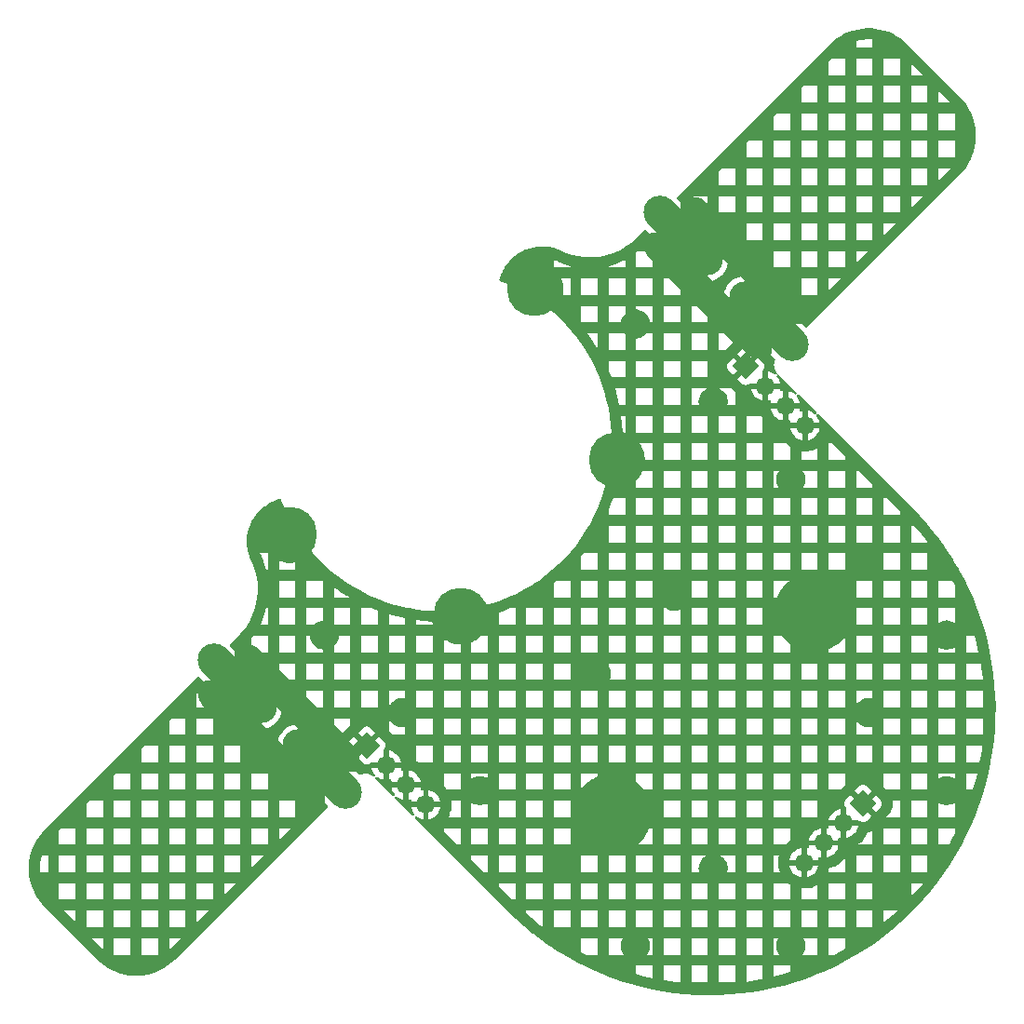
<source format=gbr>
G04 #@! TF.GenerationSoftware,KiCad,Pcbnew,9.0.2*
G04 #@! TF.CreationDate,2025-09-26T15:19:19-04:00*
G04 #@! TF.ProjectId,Trackball,54726163-6b62-4616-9c6c-2e6b69636164,rev?*
G04 #@! TF.SameCoordinates,Original*
G04 #@! TF.FileFunction,Copper,L2,Bot*
G04 #@! TF.FilePolarity,Positive*
%FSLAX46Y46*%
G04 Gerber Fmt 4.6, Leading zero omitted, Abs format (unit mm)*
G04 Created by KiCad (PCBNEW 9.0.2) date 2025-09-26 15:19:19*
%MOMM*%
%LPD*%
G01*
G04 APERTURE LIST*
G04 Aperture macros list*
%AMHorizOval*
0 Thick line with rounded ends*
0 $1 width*
0 $2 $3 position (X,Y) of the first rounded end (center of the circle)*
0 $4 $5 position (X,Y) of the second rounded end (center of the circle)*
0 Add line between two ends*
20,1,$1,$2,$3,$4,$5,0*
0 Add two circle primitives to create the rounded ends*
1,1,$1,$2,$3*
1,1,$1,$4,$5*%
%AMRotRect*
0 Rectangle, with rotation*
0 The origin of the aperture is its center*
0 $1 length*
0 $2 width*
0 $3 Rotation angle, in degrees counterclockwise*
0 Add horizontal line*
21,1,$1,$2,0,0,$3*%
G04 Aperture macros list end*
G04 #@! TA.AperFunction,ComponentPad*
%ADD10C,5.000000*%
G04 #@! TD*
G04 #@! TA.AperFunction,ComponentPad*
%ADD11C,7.000000*%
G04 #@! TD*
G04 #@! TA.AperFunction,ComponentPad*
%ADD12HorizOval,3.000000X2.121320X-2.121320X-2.121320X2.121320X0*%
G04 #@! TD*
G04 #@! TA.AperFunction,ComponentPad*
%ADD13HorizOval,2.500000X4.419417X-4.419417X-4.419417X4.419417X0*%
G04 #@! TD*
G04 #@! TA.AperFunction,ComponentPad*
%ADD14RotRect,1.700000X1.700000X135.000000*%
G04 #@! TD*
G04 #@! TA.AperFunction,ComponentPad*
%ADD15C,1.700000*%
G04 #@! TD*
G04 #@! TA.AperFunction,ComponentPad*
%ADD16RotRect,1.700000X1.700000X225.000000*%
G04 #@! TD*
G04 #@! TA.AperFunction,ViaPad*
%ADD17C,0.800000*%
G04 #@! TD*
G04 APERTURE END LIST*
D10*
X55960500Y-44220319D03*
D11*
X81388059Y-73593535D03*
D12*
X28913665Y-80105989D03*
D13*
X34393742Y-82404086D03*
X31211762Y-85586066D03*
D12*
X36691839Y-87884163D03*
X69501595Y-39376638D03*
D13*
X74981672Y-41674735D03*
X71799692Y-44856715D03*
D12*
X77279769Y-47154812D03*
D11*
X63031567Y-91950027D03*
D10*
X49242985Y-73918804D03*
X33686636Y-66494183D03*
X63385121Y-59776669D03*
D14*
X85861217Y-91006747D03*
D15*
X84065166Y-92802798D03*
X82269115Y-94598849D03*
X80473063Y-96394901D03*
D16*
X40703964Y-85721831D03*
D15*
X42500015Y-87517882D03*
X44296066Y-89313933D03*
X46092118Y-91109985D03*
D16*
X75188147Y-51237647D03*
D15*
X76984198Y-53033698D03*
X78780249Y-54829749D03*
X80576301Y-56625801D03*
D17*
X86366091Y-82757639D03*
X43939684Y-82757639D03*
X93437159Y-75686571D03*
X36868616Y-75686571D03*
X65152888Y-103970842D03*
X93437159Y-89828707D03*
X61617354Y-79222105D03*
X79295023Y-61544435D03*
X86366091Y-68615503D03*
X72223956Y-54473368D03*
X68688422Y-72151037D03*
X65152888Y-47402300D03*
X72223956Y-96899775D03*
X88310635Y-98844318D03*
X79295023Y-103970842D03*
X58081820Y-96899775D03*
X51010752Y-89828707D03*
G04 #@! TA.AperFunction,Conductor*
G36*
X86576778Y-20512161D02*
G01*
X86976297Y-20545267D01*
X86986433Y-20546529D01*
X87381889Y-20612520D01*
X87391891Y-20614617D01*
X87780539Y-20713036D01*
X87790350Y-20715958D01*
X88169513Y-20846124D01*
X88179043Y-20849842D01*
X88546172Y-21010880D01*
X88555379Y-21015380D01*
X88907965Y-21206191D01*
X88916743Y-21211422D01*
X89252378Y-21430703D01*
X89260697Y-21436643D01*
X89577079Y-21682893D01*
X89584861Y-21689484D01*
X89684761Y-21781448D01*
X89881705Y-21962748D01*
X89885403Y-21966297D01*
X94672410Y-26753303D01*
X94675959Y-26757001D01*
X94949227Y-27053849D01*
X94955851Y-27061670D01*
X95202076Y-27378022D01*
X95208030Y-27386362D01*
X95427300Y-27721978D01*
X95432547Y-27730783D01*
X95623343Y-28083344D01*
X95627844Y-28092551D01*
X95788879Y-28459674D01*
X95792604Y-28469221D01*
X95922768Y-28848376D01*
X95925693Y-28858199D01*
X96024106Y-29246824D01*
X96026209Y-29256854D01*
X96092194Y-29652279D01*
X96093461Y-29662449D01*
X96126565Y-30061951D01*
X96126989Y-30072191D01*
X96126989Y-30473086D01*
X96126565Y-30483326D01*
X96093461Y-30882827D01*
X96092194Y-30892997D01*
X96026209Y-31288422D01*
X96024106Y-31298452D01*
X95925693Y-31687077D01*
X95922768Y-31696899D01*
X95792605Y-32076055D01*
X95788880Y-32085603D01*
X95627846Y-32452725D01*
X95623345Y-32461932D01*
X95432545Y-32814500D01*
X95427299Y-32823305D01*
X95208037Y-33158910D01*
X95202082Y-33167250D01*
X94955853Y-33483607D01*
X94949229Y-33491428D01*
X94676004Y-33788228D01*
X94672475Y-33791907D01*
X94661329Y-33803058D01*
X94661325Y-33803063D01*
X80800367Y-47671573D01*
X80739053Y-47705075D01*
X80669360Y-47700110D01*
X80624981Y-47671597D01*
X80292044Y-47338659D01*
X80272705Y-47346670D01*
X80272359Y-47347850D01*
X80219555Y-47393605D01*
X80168044Y-47404811D01*
X78095454Y-47404811D01*
X77595456Y-46904813D01*
X79858197Y-46904813D01*
X79858197Y-46904812D01*
X77715123Y-44761738D01*
X80226058Y-44761738D01*
X81728058Y-44761738D01*
X81728058Y-44333062D01*
X82726058Y-44333062D01*
X83798798Y-43259738D01*
X82726058Y-43259738D01*
X82726058Y-44333062D01*
X81728058Y-44333062D01*
X81728058Y-43259738D01*
X80226058Y-43259738D01*
X80226058Y-44761738D01*
X77715123Y-44761738D01*
X77529768Y-44576383D01*
X77529768Y-46839125D01*
X77029770Y-46339127D01*
X77029770Y-44266537D01*
X77049455Y-44199498D01*
X77085131Y-44168583D01*
X77095921Y-44142536D01*
X76479975Y-43526590D01*
X76479968Y-43526584D01*
X76271981Y-43366991D01*
X76271965Y-43366980D01*
X76044932Y-43235901D01*
X76044916Y-43235893D01*
X75802714Y-43135571D01*
X75549463Y-43067712D01*
X75289543Y-43033492D01*
X75027354Y-43033492D01*
X74767434Y-43067712D01*
X74514183Y-43135571D01*
X74271981Y-43235893D01*
X74271965Y-43235901D01*
X74044932Y-43366980D01*
X74044916Y-43366991D01*
X73836929Y-43526584D01*
X73836922Y-43526590D01*
X73651547Y-43711965D01*
X73651541Y-43711972D01*
X73491948Y-43919959D01*
X73491937Y-43919975D01*
X73360858Y-44147008D01*
X73360850Y-44147024D01*
X73260528Y-44389226D01*
X73192669Y-44642477D01*
X73158449Y-44902397D01*
X73158449Y-45164586D01*
X73192669Y-45424506D01*
X73260528Y-45677757D01*
X73360850Y-45919959D01*
X73360858Y-45919975D01*
X73491937Y-46147008D01*
X73491948Y-46147024D01*
X73651541Y-46355011D01*
X73651547Y-46355018D01*
X74267493Y-46970964D01*
X74286832Y-46962953D01*
X74287179Y-46961774D01*
X74339983Y-46916019D01*
X74391494Y-46904813D01*
X76464084Y-46904813D01*
X76964082Y-47404811D01*
X74701340Y-47404811D01*
X77029769Y-49733240D01*
X77029770Y-49733239D01*
X77029770Y-47470499D01*
X77529768Y-47970497D01*
X77529768Y-50043087D01*
X77510083Y-50110126D01*
X77474406Y-50141040D01*
X77463616Y-50167087D01*
X77841374Y-50544844D01*
X77874859Y-50606167D01*
X77869875Y-50675858D01*
X77866093Y-50684889D01*
X77841510Y-50737647D01*
X77819464Y-50784959D01*
X77773073Y-50958249D01*
X77773073Y-50958250D01*
X77757471Y-51136965D01*
X77773132Y-51315687D01*
X77773133Y-51315689D01*
X77819581Y-51488961D01*
X77819582Y-51488965D01*
X77865294Y-51586979D01*
X77895408Y-51651549D01*
X77987175Y-51782601D01*
X77998310Y-51798502D01*
X78001120Y-51801851D01*
X78029133Y-51865858D01*
X78018094Y-51934851D01*
X77971508Y-51986922D01*
X77904165Y-52005541D01*
X77837446Y-51984796D01*
X77833246Y-51981875D01*
X77691755Y-51879077D01*
X77502413Y-51782601D01*
X77300322Y-51716939D01*
X77234198Y-51706466D01*
X77234198Y-52600686D01*
X77177191Y-52567773D01*
X77050024Y-52533698D01*
X76918372Y-52533698D01*
X76791205Y-52567773D01*
X76734198Y-52600686D01*
X76734198Y-51654018D01*
X76753883Y-51586979D01*
X76764933Y-51577233D01*
X76762914Y-51575606D01*
X76815182Y-51510744D01*
X76874908Y-51379965D01*
X76874909Y-51379960D01*
X76895369Y-51237647D01*
X76874909Y-51095333D01*
X76874908Y-51095328D01*
X76815182Y-50964549D01*
X76777602Y-50917914D01*
X76319518Y-50459830D01*
X75671109Y-51108238D01*
X75654072Y-51044654D01*
X75588246Y-50930640D01*
X75495154Y-50837548D01*
X75381140Y-50771722D01*
X75317555Y-50754684D01*
X75965964Y-50106276D01*
X75507879Y-49648191D01*
X75461244Y-49610611D01*
X75330465Y-49550885D01*
X75330460Y-49550884D01*
X75188147Y-49530424D01*
X75045833Y-49550884D01*
X75045828Y-49550885D01*
X74915049Y-49610611D01*
X74868414Y-49648191D01*
X74868410Y-49648195D01*
X74410330Y-50106276D01*
X75058738Y-50754684D01*
X74995154Y-50771722D01*
X74881140Y-50837548D01*
X74788048Y-50930640D01*
X74722222Y-51044654D01*
X74705184Y-51108238D01*
X74056776Y-50459830D01*
X73598695Y-50917910D01*
X73598691Y-50917914D01*
X73561111Y-50964549D01*
X73501385Y-51095328D01*
X73501384Y-51095333D01*
X73480924Y-51237647D01*
X73501384Y-51379960D01*
X73501385Y-51379965D01*
X73561111Y-51510744D01*
X73598691Y-51557379D01*
X74056776Y-52015464D01*
X74705184Y-51367055D01*
X74722222Y-51430640D01*
X74788048Y-51544654D01*
X74881140Y-51637746D01*
X74995154Y-51703572D01*
X75058738Y-51720609D01*
X74410330Y-52369018D01*
X74868414Y-52827102D01*
X74915049Y-52864682D01*
X75045828Y-52924408D01*
X75045833Y-52924409D01*
X75188147Y-52944869D01*
X75330460Y-52924409D01*
X75330465Y-52924408D01*
X75461243Y-52864682D01*
X75461245Y-52864681D01*
X75526106Y-52812413D01*
X75528034Y-52814806D01*
X75539372Y-52802190D01*
X75604519Y-52783698D01*
X76551186Y-52783698D01*
X76518273Y-52840705D01*
X76484198Y-52967872D01*
X76484198Y-53099524D01*
X76518273Y-53226691D01*
X76551186Y-53283698D01*
X75656967Y-53283698D01*
X75667440Y-53349824D01*
X75667440Y-53349827D01*
X75733102Y-53551915D01*
X75829577Y-53741255D01*
X75954470Y-53913157D01*
X75954474Y-53913162D01*
X76104733Y-54063421D01*
X76104738Y-54063425D01*
X76276640Y-54188318D01*
X76465980Y-54284793D01*
X76668069Y-54350455D01*
X76734198Y-54360929D01*
X76734198Y-53466710D01*
X76791205Y-53499623D01*
X76918372Y-53533698D01*
X77050024Y-53533698D01*
X77177191Y-53499623D01*
X77234198Y-53466710D01*
X77234198Y-54360928D01*
X77300324Y-54350455D01*
X77310565Y-54347128D01*
X77380406Y-54345129D01*
X77440240Y-54381206D01*
X77471072Y-54443906D01*
X77466821Y-54503372D01*
X77463492Y-54513618D01*
X77463491Y-54513622D01*
X77453018Y-54579749D01*
X78347237Y-54579749D01*
X78314324Y-54636756D01*
X78280249Y-54763923D01*
X78280249Y-54895575D01*
X78314324Y-55022742D01*
X78347237Y-55079749D01*
X77453018Y-55079749D01*
X77463491Y-55145875D01*
X77463491Y-55145878D01*
X77529153Y-55347966D01*
X77625628Y-55537306D01*
X77750521Y-55709208D01*
X77750525Y-55709213D01*
X77900784Y-55859472D01*
X77900789Y-55859476D01*
X78072691Y-55984369D01*
X78262031Y-56080844D01*
X78464120Y-56146506D01*
X78530249Y-56156980D01*
X78530249Y-55262761D01*
X78587256Y-55295674D01*
X78714423Y-55329749D01*
X78846075Y-55329749D01*
X78973242Y-55295674D01*
X79030249Y-55262761D01*
X79030249Y-56156979D01*
X79096374Y-56146507D01*
X79106619Y-56143178D01*
X79176460Y-56141181D01*
X79236294Y-56177259D01*
X79267124Y-56239959D01*
X79262874Y-56299421D01*
X79259543Y-56309673D01*
X79259543Y-56309674D01*
X79249070Y-56375801D01*
X80143289Y-56375801D01*
X80110376Y-56432808D01*
X80076301Y-56559975D01*
X80076301Y-56691627D01*
X80110376Y-56818794D01*
X80143289Y-56875801D01*
X79249070Y-56875801D01*
X79259543Y-56941927D01*
X79259543Y-56941930D01*
X79325205Y-57144018D01*
X79421680Y-57333358D01*
X79546573Y-57505260D01*
X79546577Y-57505265D01*
X79696836Y-57655524D01*
X79696841Y-57655528D01*
X79868743Y-57780421D01*
X80058083Y-57876896D01*
X80260172Y-57942558D01*
X80326301Y-57953032D01*
X80326301Y-57058813D01*
X80383308Y-57091726D01*
X80510475Y-57125801D01*
X80642127Y-57125801D01*
X80769294Y-57091726D01*
X80826301Y-57058813D01*
X80826301Y-57953031D01*
X80892427Y-57942558D01*
X80892430Y-57942558D01*
X81094518Y-57876896D01*
X81283858Y-57780421D01*
X81455760Y-57655528D01*
X81455765Y-57655524D01*
X81606024Y-57505265D01*
X81606028Y-57505260D01*
X81730921Y-57333358D01*
X81827396Y-57144018D01*
X81893058Y-56941930D01*
X81893058Y-56941927D01*
X81903532Y-56875801D01*
X81009313Y-56875801D01*
X81042226Y-56818794D01*
X81076301Y-56691627D01*
X81076301Y-56559975D01*
X81042226Y-56432808D01*
X81009313Y-56375801D01*
X81903532Y-56375801D01*
X81893058Y-56309674D01*
X81893058Y-56309671D01*
X81827396Y-56107583D01*
X81730921Y-55918243D01*
X81628468Y-55777226D01*
X81604988Y-55711419D01*
X81620814Y-55643366D01*
X81670920Y-55594671D01*
X81739398Y-55580796D01*
X81804507Y-55606145D01*
X81816461Y-55616654D01*
X84301867Y-58102060D01*
X90307008Y-64107201D01*
X90308692Y-64108918D01*
X91004546Y-64832299D01*
X91007812Y-64835828D01*
X91674311Y-65584767D01*
X91677438Y-65588421D01*
X92314382Y-66362625D01*
X92317365Y-66366397D01*
X92786225Y-66983598D01*
X92903028Y-67137357D01*
X92923834Y-67164745D01*
X92926665Y-67168627D01*
X93189767Y-67544376D01*
X93501701Y-67989863D01*
X93504378Y-67993849D01*
X94042750Y-68829951D01*
X94047136Y-68836762D01*
X94049658Y-68840851D01*
X94182456Y-69065798D01*
X94559336Y-69704197D01*
X94561700Y-69708385D01*
X95037506Y-70590823D01*
X95039706Y-70595099D01*
X95480947Y-71495342D01*
X95482979Y-71499700D01*
X95888973Y-72416358D01*
X95890835Y-72420792D01*
X96260981Y-73352503D01*
X96262670Y-73357006D01*
X96596420Y-74302401D01*
X96597932Y-74306966D01*
X96894758Y-75264538D01*
X96896093Y-75269158D01*
X97155578Y-76237571D01*
X97156732Y-76242240D01*
X97378461Y-77219938D01*
X97379434Y-77224648D01*
X97563092Y-78210245D01*
X97563881Y-78214988D01*
X97709185Y-79206969D01*
X97709789Y-79211740D01*
X97816516Y-80208582D01*
X97816935Y-80213373D01*
X97884928Y-81213586D01*
X97885162Y-81218390D01*
X97914322Y-82220558D01*
X97914368Y-82225366D01*
X97904648Y-83227856D01*
X97904508Y-83232664D01*
X97855921Y-84234028D01*
X97855595Y-84238825D01*
X97768217Y-85237565D01*
X97767705Y-85242347D01*
X97641667Y-86236944D01*
X97640970Y-86241702D01*
X97476460Y-87230661D01*
X97475579Y-87235389D01*
X97272849Y-88217213D01*
X97271786Y-88221903D01*
X97031128Y-89195166D01*
X97029883Y-89199811D01*
X96751677Y-90162976D01*
X96750253Y-90167570D01*
X96434903Y-91119244D01*
X96433302Y-91123778D01*
X96081301Y-92062471D01*
X96079526Y-92066941D01*
X95691369Y-92991335D01*
X95689421Y-92995732D01*
X95265734Y-93904332D01*
X95263618Y-93908650D01*
X94804998Y-94800177D01*
X94802715Y-94804410D01*
X94309885Y-95677458D01*
X94307440Y-95681599D01*
X93781132Y-96534874D01*
X93778529Y-96538917D01*
X93219528Y-97371147D01*
X93216770Y-97375087D01*
X92625900Y-98185042D01*
X92622991Y-98188871D01*
X92001173Y-98975289D01*
X91998117Y-98979003D01*
X91346274Y-99740715D01*
X91343077Y-99744307D01*
X90662194Y-100480166D01*
X90658860Y-100483632D01*
X89949948Y-101192544D01*
X89946482Y-101195878D01*
X89210623Y-101876760D01*
X89207031Y-101879957D01*
X88445319Y-102531800D01*
X88441605Y-102534856D01*
X87655187Y-103156675D01*
X87651358Y-103159584D01*
X86841403Y-103750454D01*
X86837463Y-103753212D01*
X86005234Y-104312213D01*
X86001216Y-104314800D01*
X85147916Y-104841124D01*
X85143775Y-104843568D01*
X84270727Y-105336399D01*
X84266494Y-105338682D01*
X83374966Y-105797302D01*
X83370648Y-105799418D01*
X82462049Y-106223105D01*
X82457651Y-106225053D01*
X81533256Y-106613210D01*
X81528787Y-106614985D01*
X80590093Y-106966986D01*
X80585559Y-106968587D01*
X79633887Y-107283937D01*
X79629293Y-107285361D01*
X78666128Y-107563567D01*
X78661483Y-107564812D01*
X77688219Y-107805470D01*
X77683529Y-107806533D01*
X76701705Y-108009263D01*
X76696977Y-108010144D01*
X75708019Y-108174654D01*
X75703261Y-108175351D01*
X74708664Y-108301389D01*
X74703882Y-108301901D01*
X73705142Y-108389279D01*
X73700344Y-108389605D01*
X72698979Y-108438191D01*
X72694172Y-108438331D01*
X71691682Y-108448052D01*
X71686874Y-108448006D01*
X70684707Y-108418846D01*
X70679903Y-108418612D01*
X69679689Y-108350619D01*
X69674898Y-108350200D01*
X68678057Y-108243473D01*
X68673286Y-108242869D01*
X67681304Y-108097565D01*
X67676561Y-108096776D01*
X66690965Y-107913118D01*
X66686255Y-107912145D01*
X65708557Y-107690416D01*
X65703889Y-107689262D01*
X64735475Y-107429777D01*
X64730854Y-107428442D01*
X63773282Y-107131616D01*
X63768717Y-107130104D01*
X63657437Y-107090819D01*
X67726058Y-107090819D01*
X67842725Y-107112559D01*
X68801160Y-107252949D01*
X68883248Y-107261738D01*
X69228058Y-107261738D01*
X70226058Y-107261738D01*
X71728058Y-107261738D01*
X72726058Y-107261738D01*
X74228058Y-107261738D01*
X74228058Y-107229841D01*
X75226058Y-107229841D01*
X75560979Y-107187399D01*
X76516488Y-107028452D01*
X76728058Y-106984767D01*
X76728058Y-106768054D01*
X77726058Y-106768054D01*
X78405468Y-106600058D01*
X79228058Y-106362456D01*
X79228058Y-105759738D01*
X77726058Y-105759738D01*
X77726058Y-106768054D01*
X76728058Y-106768054D01*
X76728058Y-105759738D01*
X75226058Y-105759738D01*
X75226058Y-107229841D01*
X74228058Y-107229841D01*
X74228058Y-105759738D01*
X72726058Y-105759738D01*
X72726058Y-107261738D01*
X71728058Y-107261738D01*
X71728058Y-105759738D01*
X70226058Y-105759738D01*
X70226058Y-107261738D01*
X69228058Y-107261738D01*
X69228058Y-105759738D01*
X67726058Y-105759738D01*
X67726058Y-107090819D01*
X63657437Y-107090819D01*
X62823314Y-106796351D01*
X62818831Y-106794669D01*
X62147635Y-106528021D01*
X65226058Y-106528021D01*
X65945849Y-106720888D01*
X66728058Y-106898282D01*
X66728058Y-105759738D01*
X65226058Y-105759738D01*
X65226058Y-106528021D01*
X62147635Y-106528021D01*
X61887112Y-106424522D01*
X61882683Y-106422662D01*
X60966017Y-106016664D01*
X60961659Y-106014632D01*
X60237386Y-105659640D01*
X60061406Y-105573386D01*
X60057170Y-105571207D01*
X59174680Y-105095372D01*
X59170514Y-105093020D01*
X58430368Y-104656074D01*
X58307168Y-104583342D01*
X58303079Y-104580820D01*
X58221729Y-104528438D01*
X60226058Y-104528438D01*
X60515874Y-104684706D01*
X60673039Y-104761738D01*
X61728058Y-104761738D01*
X62726058Y-104761738D01*
X64090954Y-104761738D01*
X66214822Y-104761738D01*
X66728058Y-104761738D01*
X67726058Y-104761738D01*
X69228058Y-104761738D01*
X70226058Y-104761738D01*
X71728058Y-104761738D01*
X72726058Y-104761738D01*
X74228058Y-104761738D01*
X75226058Y-104761738D01*
X76728058Y-104761738D01*
X77726058Y-104761738D01*
X78233089Y-104761738D01*
X80356957Y-104761738D01*
X81728058Y-104761738D01*
X82726058Y-104761738D01*
X83206340Y-104761738D01*
X83794902Y-104458969D01*
X84228058Y-104214455D01*
X84228058Y-103259738D01*
X82726058Y-103259738D01*
X82726058Y-104761738D01*
X81728058Y-104761738D01*
X81728058Y-103259738D01*
X80414929Y-103259738D01*
X80421673Y-103269020D01*
X80431840Y-103285610D01*
X80517592Y-103453907D01*
X80525038Y-103471884D01*
X80583406Y-103651523D01*
X80587948Y-103670443D01*
X80617496Y-103857002D01*
X80619023Y-103876400D01*
X80619023Y-104065284D01*
X80617496Y-104084682D01*
X80587948Y-104271241D01*
X80583406Y-104290161D01*
X80525038Y-104469800D01*
X80517592Y-104487777D01*
X80431840Y-104656074D01*
X80421673Y-104672664D01*
X80356957Y-104761738D01*
X78233089Y-104761738D01*
X78168373Y-104672664D01*
X78158206Y-104656074D01*
X78072454Y-104487777D01*
X78065008Y-104469800D01*
X78006640Y-104290161D01*
X78002098Y-104271241D01*
X77972550Y-104084682D01*
X77971023Y-104065284D01*
X77971023Y-103876400D01*
X77972550Y-103857002D01*
X78002098Y-103670443D01*
X78006640Y-103651523D01*
X78065008Y-103471884D01*
X78072454Y-103453907D01*
X78158206Y-103285610D01*
X78168373Y-103269020D01*
X78175117Y-103259738D01*
X77726058Y-103259738D01*
X77726058Y-104761738D01*
X76728058Y-104761738D01*
X76728058Y-103259738D01*
X75226058Y-103259738D01*
X75226058Y-104761738D01*
X74228058Y-104761738D01*
X74228058Y-103259738D01*
X72726058Y-103259738D01*
X72726058Y-104761738D01*
X71728058Y-104761738D01*
X71728058Y-103259738D01*
X70226058Y-103259738D01*
X70226058Y-104761738D01*
X69228058Y-104761738D01*
X69228058Y-103259738D01*
X67726058Y-103259738D01*
X67726058Y-104761738D01*
X66728058Y-104761738D01*
X66728058Y-103259738D01*
X66272794Y-103259738D01*
X66279538Y-103269020D01*
X66289705Y-103285610D01*
X66375457Y-103453907D01*
X66382903Y-103471884D01*
X66441271Y-103651523D01*
X66445813Y-103670443D01*
X66475361Y-103857002D01*
X66476888Y-103876400D01*
X66476888Y-104065284D01*
X66475361Y-104084682D01*
X66445813Y-104271241D01*
X66441271Y-104290161D01*
X66382903Y-104469800D01*
X66375457Y-104487777D01*
X66289705Y-104656074D01*
X66279538Y-104672664D01*
X66214822Y-104761738D01*
X64090954Y-104761738D01*
X64026238Y-104672664D01*
X64016071Y-104656074D01*
X63930319Y-104487777D01*
X63922873Y-104469800D01*
X63864505Y-104290161D01*
X63859963Y-104271241D01*
X63830415Y-104084682D01*
X63828888Y-104065284D01*
X63828888Y-103876400D01*
X63830415Y-103857002D01*
X63859963Y-103670443D01*
X63864505Y-103651523D01*
X63922873Y-103471884D01*
X63930319Y-103453907D01*
X64016071Y-103285610D01*
X64026238Y-103269020D01*
X64032982Y-103259738D01*
X62726058Y-103259738D01*
X62726058Y-104761738D01*
X61728058Y-104761738D01*
X61728058Y-103259738D01*
X60226058Y-103259738D01*
X60226058Y-104528438D01*
X58221729Y-104528438D01*
X58113842Y-104458969D01*
X57460166Y-104038062D01*
X57456180Y-104035385D01*
X57053195Y-103753212D01*
X56634944Y-103460349D01*
X56631062Y-103457518D01*
X55832713Y-102851050D01*
X55828941Y-102848067D01*
X55054737Y-102211123D01*
X55051083Y-102207996D01*
X54678876Y-101876760D01*
X54302154Y-101541505D01*
X54298628Y-101538243D01*
X53767935Y-101027743D01*
X55226058Y-101027743D01*
X55701889Y-101451198D01*
X56449894Y-102066587D01*
X56706788Y-102261738D01*
X56728058Y-102261738D01*
X57726058Y-102261738D01*
X59228058Y-102261738D01*
X60226058Y-102261738D01*
X61728058Y-102261738D01*
X62726058Y-102261738D01*
X64228058Y-102261738D01*
X65226058Y-102261738D01*
X66728058Y-102261738D01*
X67726058Y-102261738D01*
X69228058Y-102261738D01*
X70226058Y-102261738D01*
X71728058Y-102261738D01*
X72726058Y-102261738D01*
X74228058Y-102261738D01*
X75226058Y-102261738D01*
X76728058Y-102261738D01*
X77726058Y-102261738D01*
X79228058Y-102261738D01*
X80226058Y-102261738D01*
X81728058Y-102261738D01*
X82726058Y-102261738D01*
X84228058Y-102261738D01*
X85226058Y-102261738D01*
X86728058Y-102261738D01*
X86728058Y-101828350D01*
X87726058Y-101828350D01*
X87809324Y-101762512D01*
X88545282Y-101132707D01*
X88948368Y-100759738D01*
X87726058Y-100759738D01*
X87726058Y-101828350D01*
X86728058Y-101828350D01*
X86728058Y-100759738D01*
X85226058Y-100759738D01*
X85226058Y-102261738D01*
X84228058Y-102261738D01*
X84228058Y-100759738D01*
X82726058Y-100759738D01*
X82726058Y-102261738D01*
X81728058Y-102261738D01*
X81728058Y-100759738D01*
X80226058Y-100759738D01*
X80226058Y-102261738D01*
X79228058Y-102261738D01*
X79228058Y-100759738D01*
X77726058Y-100759738D01*
X77726058Y-102261738D01*
X76728058Y-102261738D01*
X76728058Y-100759738D01*
X75226058Y-100759738D01*
X75226058Y-102261738D01*
X74228058Y-102261738D01*
X74228058Y-100759738D01*
X72726058Y-100759738D01*
X72726058Y-102261738D01*
X71728058Y-102261738D01*
X71728058Y-100759738D01*
X70226058Y-100759738D01*
X70226058Y-102261738D01*
X69228058Y-102261738D01*
X69228058Y-100759738D01*
X67726058Y-100759738D01*
X67726058Y-102261738D01*
X66728058Y-102261738D01*
X66728058Y-100759738D01*
X65226058Y-100759738D01*
X65226058Y-102261738D01*
X64228058Y-102261738D01*
X64228058Y-100759738D01*
X62726058Y-100759738D01*
X62726058Y-102261738D01*
X61728058Y-102261738D01*
X61728058Y-100759738D01*
X60226058Y-100759738D01*
X60226058Y-102261738D01*
X59228058Y-102261738D01*
X59228058Y-100759738D01*
X57726058Y-100759738D01*
X57726058Y-102261738D01*
X56728058Y-102261738D01*
X56728058Y-100759738D01*
X55226058Y-100759738D01*
X55226058Y-101027743D01*
X53767935Y-101027743D01*
X53575230Y-100842371D01*
X53573473Y-100840646D01*
X51315332Y-98580393D01*
X52726058Y-98580393D01*
X53906298Y-99761738D01*
X54228058Y-99761738D01*
X55226058Y-99761738D01*
X56728058Y-99761738D01*
X57726058Y-99761738D01*
X59228058Y-99761738D01*
X60226058Y-99761738D01*
X61728058Y-99761738D01*
X62726058Y-99761738D01*
X64228058Y-99761738D01*
X65226058Y-99761738D01*
X66728058Y-99761738D01*
X67726058Y-99761738D01*
X69228058Y-99761738D01*
X70226058Y-99761738D01*
X71728058Y-99761738D01*
X72726058Y-99761738D01*
X74228058Y-99761738D01*
X75226058Y-99761738D01*
X76728058Y-99761738D01*
X77726058Y-99761738D01*
X79228058Y-99761738D01*
X79228058Y-98733045D01*
X80226058Y-98733045D01*
X80226058Y-99761738D01*
X81728058Y-99761738D01*
X82726058Y-99761738D01*
X84228058Y-99761738D01*
X85226058Y-99761738D01*
X86728058Y-99761738D01*
X86728058Y-99482045D01*
X90226058Y-99482045D01*
X90599048Y-99078940D01*
X91228852Y-98342980D01*
X91294673Y-98259738D01*
X90226058Y-98259738D01*
X90226058Y-99482045D01*
X86728058Y-99482045D01*
X86728058Y-98259738D01*
X85226058Y-98259738D01*
X85226058Y-99761738D01*
X84228058Y-99761738D01*
X84228058Y-98259738D01*
X82726058Y-98259738D01*
X82726058Y-99761738D01*
X81728058Y-99761738D01*
X81728058Y-98384135D01*
X81722877Y-98387597D01*
X81718774Y-98390223D01*
X81685351Y-98410704D01*
X81681152Y-98413165D01*
X81655457Y-98427555D01*
X81651163Y-98429851D01*
X81426908Y-98544116D01*
X81422526Y-98546241D01*
X81395782Y-98558570D01*
X81391324Y-98560520D01*
X81355108Y-98575522D01*
X81350572Y-98577297D01*
X81322927Y-98587496D01*
X81318326Y-98589092D01*
X81078932Y-98666875D01*
X81074268Y-98668290D01*
X81045891Y-98676292D01*
X81041175Y-98677522D01*
X81003058Y-98686670D01*
X80998306Y-98687712D01*
X80969443Y-98693452D01*
X80964655Y-98694307D01*
X80660193Y-98742529D01*
X80607136Y-98739400D01*
X80473063Y-98701586D01*
X80338990Y-98739400D01*
X80285933Y-98742529D01*
X80226058Y-98733045D01*
X79228058Y-98733045D01*
X79228058Y-98390655D01*
X79227352Y-98390223D01*
X79223249Y-98387597D01*
X79198754Y-98371230D01*
X79194760Y-98368446D01*
X79045136Y-98259738D01*
X77726058Y-98259738D01*
X77726058Y-99761738D01*
X76728058Y-99761738D01*
X76728058Y-98259738D01*
X75226058Y-98259738D01*
X75226058Y-99761738D01*
X74228058Y-99761738D01*
X74228058Y-98259738D01*
X72726058Y-98259738D01*
X72726058Y-99761738D01*
X71728058Y-99761738D01*
X71728058Y-98259738D01*
X70226058Y-98259738D01*
X70226058Y-99761738D01*
X69228058Y-99761738D01*
X69228058Y-98259738D01*
X67726058Y-98259738D01*
X67726058Y-99761738D01*
X66728058Y-99761738D01*
X66728058Y-98259738D01*
X65226058Y-98259738D01*
X65226058Y-99761738D01*
X64228058Y-99761738D01*
X64228058Y-98259738D01*
X62726058Y-98259738D01*
X62726058Y-99761738D01*
X61728058Y-99761738D01*
X61728058Y-98259738D01*
X60226058Y-98259738D01*
X60226058Y-99761738D01*
X59228058Y-99761738D01*
X59228058Y-98259738D01*
X57726058Y-98259738D01*
X57726058Y-99761738D01*
X56728058Y-99761738D01*
X56728058Y-98259738D01*
X55226058Y-98259738D01*
X55226058Y-99761738D01*
X54228058Y-99761738D01*
X54228058Y-98259738D01*
X52726058Y-98259738D01*
X52726058Y-98580393D01*
X51315332Y-98580393D01*
X50256063Y-97520133D01*
X48815332Y-96078055D01*
X50226058Y-96078055D01*
X51408634Y-97261738D01*
X51728058Y-97261738D01*
X52726058Y-97261738D01*
X54228058Y-97261738D01*
X55226058Y-97261738D01*
X56728058Y-97261738D01*
X60226058Y-97261738D01*
X61728058Y-97261738D01*
X62726058Y-97261738D01*
X64228058Y-97261738D01*
X65226058Y-97261738D01*
X66728058Y-97261738D01*
X67726058Y-97261738D01*
X69228058Y-97261738D01*
X70226058Y-97261738D01*
X70949429Y-97261738D01*
X70935573Y-97219094D01*
X70931031Y-97200174D01*
X70901483Y-97013615D01*
X70899956Y-96994217D01*
X70899956Y-96805333D01*
X70901483Y-96785935D01*
X70931031Y-96599376D01*
X70935573Y-96580456D01*
X70993941Y-96400817D01*
X71001387Y-96382840D01*
X71087139Y-96214543D01*
X71097306Y-96197953D01*
X71208329Y-96045142D01*
X71220966Y-96030346D01*
X71354527Y-95896785D01*
X71369323Y-95884148D01*
X71522134Y-95773125D01*
X71538724Y-95762958D01*
X71545044Y-95759738D01*
X72902868Y-95759738D01*
X72909188Y-95762958D01*
X72925778Y-95773125D01*
X73078589Y-95884148D01*
X73093385Y-95896785D01*
X73226946Y-96030346D01*
X73239583Y-96045142D01*
X73350606Y-96197953D01*
X73360773Y-96214543D01*
X73446525Y-96382840D01*
X73453971Y-96400817D01*
X73512339Y-96580456D01*
X73516881Y-96599376D01*
X73546429Y-96785935D01*
X73547956Y-96805333D01*
X73547956Y-96994217D01*
X73546429Y-97013615D01*
X73516881Y-97200174D01*
X73512339Y-97219094D01*
X73498483Y-97261738D01*
X74228058Y-97261738D01*
X75226058Y-97261738D01*
X76728058Y-97261738D01*
X77726058Y-97261738D01*
X78286730Y-97261738D01*
X78280468Y-97244765D01*
X78278872Y-97240164D01*
X78201089Y-97000770D01*
X78199674Y-96996106D01*
X78191672Y-96967729D01*
X78190442Y-96963013D01*
X78181294Y-96924896D01*
X78180252Y-96920144D01*
X78174512Y-96891281D01*
X78173657Y-96886493D01*
X78125435Y-96582031D01*
X78128563Y-96528975D01*
X78166375Y-96394901D01*
X78128563Y-96260827D01*
X78125435Y-96207771D01*
X78135393Y-96144901D01*
X79145832Y-96144901D01*
X80040051Y-96144901D01*
X80007138Y-96201908D01*
X79973063Y-96329075D01*
X79973063Y-96460727D01*
X80007138Y-96587894D01*
X80040051Y-96644901D01*
X79145832Y-96644901D01*
X79156305Y-96711027D01*
X79156305Y-96711030D01*
X79221967Y-96913118D01*
X79318442Y-97102458D01*
X79443335Y-97274360D01*
X79443339Y-97274365D01*
X79593598Y-97424624D01*
X79593603Y-97424628D01*
X79765505Y-97549521D01*
X79954845Y-97645996D01*
X80156934Y-97711658D01*
X80223063Y-97722132D01*
X80223063Y-96827913D01*
X80280070Y-96860826D01*
X80407237Y-96894901D01*
X80538889Y-96894901D01*
X80666056Y-96860826D01*
X80723063Y-96827913D01*
X80723063Y-97722131D01*
X80789189Y-97711658D01*
X80789192Y-97711658D01*
X80991280Y-97645996D01*
X81180620Y-97549521D01*
X81352522Y-97424628D01*
X81352527Y-97424624D01*
X81502786Y-97274365D01*
X81502790Y-97274360D01*
X81627683Y-97102458D01*
X81649734Y-97059181D01*
X82726058Y-97059181D01*
X82726058Y-97261738D01*
X84228058Y-97261738D01*
X85226058Y-97261738D01*
X86728058Y-97261738D01*
X87726058Y-97261738D01*
X89228058Y-97261738D01*
X90226058Y-97261738D01*
X91728058Y-97261738D01*
X91728058Y-95759738D01*
X90226058Y-95759738D01*
X90226058Y-97261738D01*
X89228058Y-97261738D01*
X89228058Y-95759738D01*
X87726058Y-95759738D01*
X87726058Y-97261738D01*
X86728058Y-97261738D01*
X86728058Y-95759738D01*
X85226058Y-95759738D01*
X85226058Y-97261738D01*
X84228058Y-97261738D01*
X84228058Y-95897250D01*
X84094707Y-96080793D01*
X84091765Y-96084680D01*
X84073507Y-96107838D01*
X84070416Y-96111604D01*
X84044955Y-96141411D01*
X84041721Y-96145050D01*
X84021747Y-96166655D01*
X84018377Y-96170159D01*
X83840425Y-96348111D01*
X83836921Y-96351481D01*
X83815316Y-96371455D01*
X83811677Y-96374689D01*
X83781870Y-96400150D01*
X83778104Y-96403241D01*
X83754946Y-96421499D01*
X83751059Y-96424441D01*
X83547418Y-96572394D01*
X83543424Y-96575178D01*
X83518929Y-96591545D01*
X83514826Y-96594171D01*
X83481403Y-96614652D01*
X83477204Y-96617113D01*
X83451509Y-96631503D01*
X83447215Y-96633799D01*
X83222960Y-96748064D01*
X83218578Y-96750189D01*
X83191834Y-96762518D01*
X83187376Y-96764468D01*
X83151160Y-96779470D01*
X83146624Y-96781245D01*
X83118979Y-96791444D01*
X83114378Y-96793040D01*
X82874984Y-96870823D01*
X82870320Y-96872238D01*
X82841943Y-96880240D01*
X82837227Y-96881470D01*
X82799110Y-96890618D01*
X82794358Y-96891660D01*
X82770598Y-96896384D01*
X82765874Y-96920144D01*
X82764832Y-96924896D01*
X82755684Y-96963013D01*
X82754454Y-96967729D01*
X82746452Y-96996106D01*
X82745037Y-97000770D01*
X82726058Y-97059181D01*
X81649734Y-97059181D01*
X81724158Y-96913118D01*
X81789820Y-96711030D01*
X81789820Y-96711027D01*
X81800294Y-96644901D01*
X80906075Y-96644901D01*
X80938988Y-96587894D01*
X80973063Y-96460727D01*
X80973063Y-96329075D01*
X80938988Y-96201908D01*
X80906075Y-96144901D01*
X81800294Y-96144901D01*
X81789820Y-96078774D01*
X81789819Y-96078768D01*
X81786492Y-96068528D01*
X81784495Y-95998687D01*
X81820575Y-95938853D01*
X81883276Y-95908024D01*
X81942742Y-95912278D01*
X81952982Y-95915605D01*
X81952988Y-95915606D01*
X82019115Y-95926080D01*
X82019115Y-95031861D01*
X82076122Y-95064774D01*
X82203289Y-95098849D01*
X82334941Y-95098849D01*
X82462108Y-95064774D01*
X82519115Y-95031861D01*
X82519115Y-95926079D01*
X82585241Y-95915606D01*
X82585244Y-95915606D01*
X82787332Y-95849944D01*
X82976672Y-95753469D01*
X83148574Y-95628576D01*
X83148579Y-95628572D01*
X83298838Y-95478313D01*
X83298842Y-95478308D01*
X83423735Y-95306406D01*
X83520210Y-95117066D01*
X83585872Y-94914978D01*
X83585872Y-94914975D01*
X83596346Y-94848849D01*
X82702127Y-94848849D01*
X82735040Y-94791842D01*
X82743107Y-94761738D01*
X85363571Y-94761738D01*
X86728058Y-94761738D01*
X87726058Y-94761738D01*
X89228058Y-94761738D01*
X90226058Y-94761738D01*
X91728058Y-94761738D01*
X92726058Y-94761738D01*
X93680773Y-94761738D01*
X93925295Y-94328566D01*
X94228058Y-93740014D01*
X94228058Y-93259738D01*
X92726058Y-93259738D01*
X92726058Y-94761738D01*
X91728058Y-94761738D01*
X91728058Y-93259738D01*
X90226058Y-93259738D01*
X90226058Y-94761738D01*
X89228058Y-94761738D01*
X89228058Y-93259738D01*
X87726058Y-93259738D01*
X87726058Y-94761738D01*
X86728058Y-94761738D01*
X86728058Y-93436526D01*
X86691809Y-93462177D01*
X86685352Y-93466450D01*
X86632279Y-93499236D01*
X86625563Y-93503100D01*
X86584222Y-93525197D01*
X86577281Y-93528633D01*
X86385683Y-93616134D01*
X86377503Y-93619522D01*
X86327303Y-93638245D01*
X86318904Y-93641041D01*
X86255141Y-93659762D01*
X86247562Y-93680307D01*
X86245787Y-93684843D01*
X86230785Y-93721059D01*
X86228835Y-93725517D01*
X86216506Y-93752261D01*
X86214381Y-93756643D01*
X86100116Y-93980898D01*
X86097820Y-93985192D01*
X86083430Y-94010887D01*
X86080969Y-94015086D01*
X86060488Y-94048509D01*
X86057862Y-94052612D01*
X86041495Y-94077107D01*
X86038711Y-94081101D01*
X85890758Y-94284742D01*
X85887816Y-94288629D01*
X85869558Y-94311787D01*
X85866467Y-94315553D01*
X85841006Y-94345360D01*
X85837772Y-94348999D01*
X85817798Y-94370604D01*
X85814428Y-94374108D01*
X85636476Y-94552060D01*
X85632972Y-94555430D01*
X85611367Y-94575404D01*
X85607728Y-94578638D01*
X85577921Y-94604099D01*
X85574155Y-94607190D01*
X85550997Y-94625448D01*
X85547110Y-94628390D01*
X85363571Y-94761738D01*
X82743107Y-94761738D01*
X82769115Y-94664675D01*
X82769115Y-94533023D01*
X82735040Y-94405856D01*
X82702127Y-94348849D01*
X83596346Y-94348849D01*
X83585873Y-94282723D01*
X83582544Y-94272479D01*
X83580547Y-94202638D01*
X83616625Y-94142804D01*
X83679325Y-94111974D01*
X83738796Y-94116227D01*
X83749040Y-94119556D01*
X83815166Y-94130029D01*
X83815166Y-93235810D01*
X83872173Y-93268723D01*
X83999340Y-93302798D01*
X84130992Y-93302798D01*
X84258159Y-93268723D01*
X84315166Y-93235810D01*
X84315166Y-94130028D01*
X84381292Y-94119555D01*
X84381295Y-94119555D01*
X84583383Y-94053893D01*
X84772723Y-93957418D01*
X84944625Y-93832525D01*
X84944630Y-93832521D01*
X85094889Y-93682262D01*
X85094893Y-93682257D01*
X85219786Y-93510355D01*
X85316261Y-93321015D01*
X85381923Y-93118927D01*
X85381923Y-93118924D01*
X85392397Y-93052798D01*
X84498178Y-93052798D01*
X84531091Y-92995791D01*
X84565166Y-92868624D01*
X84565166Y-92736972D01*
X84531091Y-92609805D01*
X84498178Y-92552798D01*
X85444845Y-92552798D01*
X85511884Y-92572483D01*
X85521632Y-92583530D01*
X85523258Y-92581513D01*
X85588118Y-92633781D01*
X85588120Y-92633782D01*
X85718898Y-92693508D01*
X85718903Y-92693509D01*
X85861217Y-92713969D01*
X86003530Y-92693509D01*
X86003535Y-92693508D01*
X86134314Y-92633782D01*
X86180949Y-92596202D01*
X86180953Y-92596198D01*
X86515414Y-92261738D01*
X87926798Y-92261738D01*
X89228058Y-92261738D01*
X90226058Y-92261738D01*
X91728058Y-92261738D01*
X91728058Y-90948615D01*
X92726058Y-90948615D01*
X92726058Y-92261738D01*
X94228058Y-92261738D01*
X94228058Y-90890639D01*
X94138981Y-90955357D01*
X94122391Y-90965524D01*
X93954094Y-91051276D01*
X93936117Y-91058722D01*
X93756478Y-91117090D01*
X93737558Y-91121632D01*
X93550999Y-91151180D01*
X93531601Y-91152707D01*
X93342717Y-91152707D01*
X93323319Y-91151180D01*
X93136760Y-91121632D01*
X93117840Y-91117090D01*
X92938201Y-91058722D01*
X92920224Y-91051276D01*
X92751927Y-90965524D01*
X92735337Y-90955357D01*
X92726058Y-90948615D01*
X91728058Y-90948615D01*
X91728058Y-90759738D01*
X90226058Y-90759738D01*
X90226058Y-92261738D01*
X89228058Y-92261738D01*
X89228058Y-90759738D01*
X88541189Y-90759738D01*
X88561357Y-90900014D01*
X88562303Y-90908815D01*
X88566124Y-90962249D01*
X88566440Y-90971094D01*
X88566440Y-91042400D01*
X88566124Y-91051245D01*
X88562303Y-91104679D01*
X88561357Y-91113480D01*
X88530748Y-91326377D01*
X88529176Y-91335089D01*
X88517789Y-91387435D01*
X88515601Y-91396010D01*
X88495511Y-91464434D01*
X88492715Y-91472833D01*
X88473992Y-91523033D01*
X88470604Y-91531213D01*
X88383103Y-91722811D01*
X88379667Y-91729752D01*
X88357570Y-91771093D01*
X88353706Y-91777809D01*
X88320920Y-91830882D01*
X88316647Y-91837339D01*
X88289577Y-91875594D01*
X88284907Y-91881774D01*
X88219362Y-91963110D01*
X88217241Y-91965672D01*
X88204204Y-91980990D01*
X88202016Y-91983492D01*
X88184156Y-92003372D01*
X88181908Y-92005808D01*
X88168113Y-92020361D01*
X88165800Y-92022736D01*
X87926798Y-92261738D01*
X86515414Y-92261738D01*
X86639034Y-92138118D01*
X85990625Y-91489709D01*
X86054210Y-91472672D01*
X86168224Y-91406846D01*
X86261316Y-91313754D01*
X86327142Y-91199740D01*
X86344179Y-91136155D01*
X86992588Y-91784564D01*
X87450668Y-91326483D01*
X87450672Y-91326479D01*
X87488252Y-91279844D01*
X87547978Y-91149065D01*
X87547979Y-91149060D01*
X87568439Y-91006747D01*
X87547979Y-90864433D01*
X87547978Y-90864428D01*
X87488252Y-90733649D01*
X87450672Y-90687014D01*
X86992588Y-90228930D01*
X86344179Y-90877338D01*
X86327142Y-90813754D01*
X86261316Y-90699740D01*
X86168224Y-90606648D01*
X86054210Y-90540822D01*
X85990625Y-90523784D01*
X86639034Y-89875376D01*
X86314674Y-89551016D01*
X87726058Y-89551016D01*
X87936780Y-89761738D01*
X89228058Y-89761738D01*
X90226058Y-89761738D01*
X91728058Y-89761738D01*
X95226058Y-89761738D01*
X95828773Y-89761738D01*
X96066374Y-88939151D01*
X96234372Y-88259738D01*
X95226058Y-88259738D01*
X95226058Y-89761738D01*
X91728058Y-89761738D01*
X91728058Y-88708798D01*
X92726058Y-88708798D01*
X92735337Y-88702057D01*
X92751927Y-88691890D01*
X92920224Y-88606138D01*
X92938201Y-88598692D01*
X93117840Y-88540324D01*
X93136760Y-88535782D01*
X93323319Y-88506234D01*
X93342717Y-88504707D01*
X93531601Y-88504707D01*
X93550999Y-88506234D01*
X93737558Y-88535782D01*
X93756478Y-88540324D01*
X93936117Y-88598692D01*
X93954094Y-88606138D01*
X94122391Y-88691890D01*
X94138981Y-88702057D01*
X94228058Y-88766774D01*
X94228058Y-88259738D01*
X92726058Y-88259738D01*
X92726058Y-88708798D01*
X91728058Y-88708798D01*
X91728058Y-88259738D01*
X90226058Y-88259738D01*
X90226058Y-89761738D01*
X89228058Y-89761738D01*
X89228058Y-88259738D01*
X87726058Y-88259738D01*
X87726058Y-89551016D01*
X86314674Y-89551016D01*
X86180949Y-89417291D01*
X86134314Y-89379711D01*
X86003535Y-89319985D01*
X86003530Y-89319984D01*
X85861217Y-89299524D01*
X85718903Y-89319984D01*
X85718898Y-89319985D01*
X85588119Y-89379711D01*
X85541484Y-89417291D01*
X85541480Y-89417295D01*
X85083400Y-89875376D01*
X85731808Y-90523784D01*
X85668224Y-90540822D01*
X85554210Y-90606648D01*
X85461118Y-90699740D01*
X85395292Y-90813754D01*
X85378254Y-90877338D01*
X84729846Y-90228930D01*
X84271765Y-90687010D01*
X84271761Y-90687014D01*
X84234181Y-90733649D01*
X84174455Y-90864428D01*
X84174454Y-90864433D01*
X84153994Y-91006747D01*
X84174454Y-91149060D01*
X84174455Y-91149065D01*
X84234181Y-91279844D01*
X84286450Y-91344706D01*
X84284065Y-91346627D01*
X84296634Y-91357907D01*
X84315166Y-91423118D01*
X84315166Y-92369786D01*
X84258159Y-92336873D01*
X84130992Y-92302798D01*
X83999340Y-92302798D01*
X83872173Y-92336873D01*
X83815166Y-92369786D01*
X83815166Y-91475566D01*
X83815165Y-91475566D01*
X83749041Y-91486039D01*
X83546950Y-91551701D01*
X83357608Y-91648177D01*
X83185706Y-91773070D01*
X83185701Y-91773074D01*
X83035442Y-91923333D01*
X83035438Y-91923338D01*
X82910545Y-92095240D01*
X82814070Y-92284580D01*
X82748408Y-92486668D01*
X82748408Y-92486671D01*
X82737935Y-92552798D01*
X83632154Y-92552798D01*
X83599241Y-92609805D01*
X83565166Y-92736972D01*
X83565166Y-92868624D01*
X83599241Y-92995791D01*
X83632154Y-93052798D01*
X82737935Y-93052798D01*
X82748408Y-93118924D01*
X82748409Y-93118931D01*
X82751737Y-93129172D01*
X82753732Y-93199013D01*
X82717651Y-93258846D01*
X82654950Y-93289673D01*
X82595494Y-93285422D01*
X82585238Y-93282090D01*
X82519115Y-93271617D01*
X82519115Y-94165837D01*
X82462108Y-94132924D01*
X82334941Y-94098849D01*
X82203289Y-94098849D01*
X82076122Y-94132924D01*
X82019115Y-94165837D01*
X82019115Y-93271617D01*
X82019114Y-93271617D01*
X81952990Y-93282090D01*
X81750899Y-93347752D01*
X81561557Y-93444228D01*
X81389655Y-93569121D01*
X81389650Y-93569125D01*
X81239391Y-93719384D01*
X81239387Y-93719389D01*
X81114494Y-93891291D01*
X81018019Y-94080631D01*
X80952357Y-94282719D01*
X80952357Y-94282722D01*
X80941884Y-94348849D01*
X81836103Y-94348849D01*
X81803190Y-94405856D01*
X81769115Y-94533023D01*
X81769115Y-94664675D01*
X81803190Y-94791842D01*
X81836103Y-94848849D01*
X80941884Y-94848849D01*
X80952357Y-94914975D01*
X80952357Y-94914976D01*
X80955688Y-94925229D01*
X80957680Y-94995071D01*
X80921596Y-95054902D01*
X80858894Y-95085727D01*
X80799438Y-95081473D01*
X80789187Y-95078142D01*
X80723063Y-95067669D01*
X80723063Y-95961889D01*
X80666056Y-95928976D01*
X80538889Y-95894901D01*
X80407237Y-95894901D01*
X80280070Y-95928976D01*
X80223063Y-95961889D01*
X80223063Y-95067669D01*
X80223062Y-95067669D01*
X80156938Y-95078142D01*
X79954847Y-95143804D01*
X79765505Y-95240280D01*
X79593603Y-95365173D01*
X79593598Y-95365177D01*
X79443339Y-95515436D01*
X79443335Y-95515441D01*
X79318442Y-95687343D01*
X79221967Y-95876683D01*
X79156305Y-96078771D01*
X79156305Y-96078774D01*
X79145832Y-96144901D01*
X78135393Y-96144901D01*
X78173657Y-95903309D01*
X78174512Y-95898521D01*
X78180252Y-95869658D01*
X78181294Y-95864906D01*
X78190442Y-95826789D01*
X78191672Y-95822073D01*
X78199674Y-95793696D01*
X78201089Y-95789032D01*
X78210607Y-95759738D01*
X77726058Y-95759738D01*
X77726058Y-97261738D01*
X76728058Y-97261738D01*
X76728058Y-95759738D01*
X75226058Y-95759738D01*
X75226058Y-97261738D01*
X74228058Y-97261738D01*
X74228058Y-95759738D01*
X72902868Y-95759738D01*
X71545044Y-95759738D01*
X70226058Y-95759738D01*
X70226058Y-97261738D01*
X69228058Y-97261738D01*
X69228058Y-95759738D01*
X67726058Y-95759738D01*
X67726058Y-97261738D01*
X66728058Y-97261738D01*
X66728058Y-95759738D01*
X65226058Y-95759738D01*
X65226058Y-97261738D01*
X64228058Y-97261738D01*
X64228058Y-95759738D01*
X62726058Y-95759738D01*
X62726058Y-97261738D01*
X61728058Y-97261738D01*
X61728058Y-95759738D01*
X60226058Y-95759738D01*
X60226058Y-97261738D01*
X56728058Y-97261738D01*
X56728058Y-95759738D01*
X55226058Y-95759738D01*
X55226058Y-97261738D01*
X54228058Y-97261738D01*
X54228058Y-95759738D01*
X52726058Y-95759738D01*
X52726058Y-97261738D01*
X51728058Y-97261738D01*
X51728058Y-95759738D01*
X50226058Y-95759738D01*
X50226058Y-96078055D01*
X48815332Y-96078055D01*
X46315332Y-93575717D01*
X47726058Y-93575717D01*
X48910970Y-94761738D01*
X49228058Y-94761738D01*
X50226058Y-94761738D01*
X51728058Y-94761738D01*
X52726058Y-94761738D01*
X54228058Y-94761738D01*
X55226058Y-94761738D01*
X56728058Y-94761738D01*
X57726058Y-94761738D01*
X59228058Y-94761738D01*
X65318032Y-94761738D01*
X66728058Y-94761738D01*
X67726058Y-94761738D01*
X69228058Y-94761738D01*
X70226058Y-94761738D01*
X71728058Y-94761738D01*
X72726058Y-94761738D01*
X74228058Y-94761738D01*
X75226058Y-94761738D01*
X76728058Y-94761738D01*
X77726058Y-94761738D01*
X78785654Y-94761738D01*
X78901753Y-94645639D01*
X78905257Y-94642269D01*
X78926862Y-94622295D01*
X78930501Y-94619061D01*
X78960308Y-94593600D01*
X78964074Y-94590509D01*
X78987232Y-94572251D01*
X78991119Y-94569309D01*
X79194760Y-94421356D01*
X79198754Y-94418572D01*
X79223249Y-94402205D01*
X79227352Y-94399579D01*
X79228058Y-94399146D01*
X79228058Y-93259738D01*
X77726058Y-93259738D01*
X77726058Y-94761738D01*
X76728058Y-94761738D01*
X76728058Y-93259738D01*
X75226058Y-93259738D01*
X75226058Y-94761738D01*
X74228058Y-94761738D01*
X74228058Y-93259738D01*
X72726058Y-93259738D01*
X72726058Y-94761738D01*
X71728058Y-94761738D01*
X71728058Y-93259738D01*
X70226058Y-93259738D01*
X70226058Y-94761738D01*
X69228058Y-94761738D01*
X69228058Y-93259738D01*
X67726058Y-93259738D01*
X67726058Y-94761738D01*
X66728058Y-94761738D01*
X66728058Y-93259738D01*
X66411655Y-93259738D01*
X66313906Y-93495727D01*
X66308703Y-93506728D01*
X66146596Y-93810010D01*
X66140340Y-93820448D01*
X65949286Y-94106380D01*
X65942037Y-94116154D01*
X65723876Y-94381983D01*
X65715704Y-94390999D01*
X65472539Y-94634164D01*
X65463523Y-94642336D01*
X65318032Y-94761738D01*
X59228058Y-94761738D01*
X59228058Y-93259738D01*
X57726058Y-93259738D01*
X57726058Y-94761738D01*
X56728058Y-94761738D01*
X56728058Y-93259738D01*
X55226058Y-93259738D01*
X55226058Y-94761738D01*
X54228058Y-94761738D01*
X54228058Y-93259738D01*
X52726058Y-93259738D01*
X52726058Y-94761738D01*
X51728058Y-94761738D01*
X51728058Y-93259738D01*
X50226058Y-93259738D01*
X50226058Y-94761738D01*
X49228058Y-94761738D01*
X49228058Y-93259738D01*
X47726058Y-93259738D01*
X47726058Y-93575717D01*
X46315332Y-93575717D01*
X45111878Y-92371137D01*
X45078422Y-92309799D01*
X45083440Y-92240110D01*
X45125337Y-92184196D01*
X45190813Y-92159810D01*
X45259079Y-92174694D01*
X45272486Y-92183180D01*
X45384560Y-92264605D01*
X45573900Y-92361080D01*
X45775989Y-92426742D01*
X45842118Y-92437216D01*
X45842118Y-91542997D01*
X45899125Y-91575910D01*
X46026292Y-91609985D01*
X46157944Y-91609985D01*
X46285111Y-91575910D01*
X46342118Y-91542997D01*
X46342118Y-92437215D01*
X46408244Y-92426742D01*
X46408247Y-92426742D01*
X46610335Y-92361080D01*
X46799675Y-92264605D01*
X46803621Y-92261738D01*
X48140493Y-92261738D01*
X49228058Y-92261738D01*
X50226058Y-92261738D01*
X51728058Y-92261738D01*
X52726058Y-92261738D01*
X54228058Y-92261738D01*
X55226058Y-92261738D01*
X56728058Y-92261738D01*
X57726058Y-92261738D01*
X59228058Y-92261738D01*
X67726058Y-92261738D01*
X69228058Y-92261738D01*
X70226058Y-92261738D01*
X71728058Y-92261738D01*
X72726058Y-92261738D01*
X74228058Y-92261738D01*
X75226058Y-92261738D01*
X76728058Y-92261738D01*
X77726058Y-92261738D01*
X79228058Y-92261738D01*
X80226058Y-92261738D01*
X81728058Y-92261738D01*
X81728058Y-90759738D01*
X80226058Y-90759738D01*
X80226058Y-92261738D01*
X79228058Y-92261738D01*
X79228058Y-90759738D01*
X77726058Y-90759738D01*
X77726058Y-92261738D01*
X76728058Y-92261738D01*
X76728058Y-90759738D01*
X75226058Y-90759738D01*
X75226058Y-92261738D01*
X74228058Y-92261738D01*
X74228058Y-90759738D01*
X72726058Y-90759738D01*
X72726058Y-92261738D01*
X71728058Y-92261738D01*
X71728058Y-90759738D01*
X70226058Y-90759738D01*
X70226058Y-92261738D01*
X69228058Y-92261738D01*
X69228058Y-90759738D01*
X67726058Y-90759738D01*
X67726058Y-92261738D01*
X59228058Y-92261738D01*
X59228058Y-90759738D01*
X57726058Y-90759738D01*
X57726058Y-92261738D01*
X56728058Y-92261738D01*
X56728058Y-90759738D01*
X55226058Y-90759738D01*
X55226058Y-92261738D01*
X54228058Y-92261738D01*
X54228058Y-90759738D01*
X52726058Y-90759738D01*
X52726058Y-92261738D01*
X51728058Y-92261738D01*
X51728058Y-90944107D01*
X51712574Y-90955357D01*
X51695984Y-90965524D01*
X51527687Y-91051276D01*
X51509710Y-91058722D01*
X51330071Y-91117090D01*
X51311151Y-91121632D01*
X51124592Y-91151180D01*
X51105194Y-91152707D01*
X50916310Y-91152707D01*
X50896912Y-91151180D01*
X50710353Y-91121632D01*
X50691433Y-91117090D01*
X50511794Y-91058722D01*
X50493817Y-91051276D01*
X50325520Y-90965524D01*
X50308930Y-90955357D01*
X50226058Y-90895147D01*
X50226058Y-92261738D01*
X49228058Y-92261738D01*
X49228058Y-90759738D01*
X48413911Y-90759738D01*
X48439746Y-90922855D01*
X48436617Y-90975912D01*
X48398803Y-91109985D01*
X48436617Y-91244058D01*
X48439746Y-91297115D01*
X48391524Y-91601577D01*
X48390669Y-91606365D01*
X48384929Y-91635228D01*
X48383887Y-91639980D01*
X48374739Y-91678097D01*
X48373509Y-91682813D01*
X48365507Y-91711190D01*
X48364092Y-91715854D01*
X48286309Y-91955248D01*
X48284713Y-91959849D01*
X48274514Y-91987494D01*
X48272739Y-91992030D01*
X48257737Y-92028246D01*
X48255787Y-92032704D01*
X48243458Y-92059448D01*
X48241333Y-92063830D01*
X48140493Y-92261738D01*
X46803621Y-92261738D01*
X46971577Y-92139712D01*
X46971582Y-92139708D01*
X47121841Y-91989449D01*
X47121845Y-91989444D01*
X47246738Y-91817542D01*
X47343213Y-91628202D01*
X47408875Y-91426114D01*
X47408875Y-91426111D01*
X47419349Y-91359985D01*
X46525130Y-91359985D01*
X46558043Y-91302978D01*
X46592118Y-91175811D01*
X46592118Y-91044159D01*
X46558043Y-90916992D01*
X46525130Y-90859985D01*
X47419349Y-90859985D01*
X47408875Y-90793858D01*
X47408875Y-90793855D01*
X47343213Y-90591767D01*
X47246738Y-90402427D01*
X47121845Y-90230525D01*
X47121841Y-90230520D01*
X46971582Y-90080261D01*
X46971577Y-90080257D01*
X46799675Y-89955364D01*
X46610333Y-89858888D01*
X46408242Y-89793226D01*
X46342118Y-89782753D01*
X46342118Y-90676973D01*
X46285111Y-90644060D01*
X46157944Y-90609985D01*
X46026292Y-90609985D01*
X45899125Y-90644060D01*
X45842118Y-90676973D01*
X45842118Y-89782753D01*
X45842117Y-89782753D01*
X45775994Y-89793226D01*
X45765740Y-89796558D01*
X45695899Y-89798551D01*
X45636067Y-89762469D01*
X45605241Y-89699767D01*
X45609495Y-89640306D01*
X45612822Y-89630065D01*
X45612823Y-89630059D01*
X45623297Y-89563933D01*
X44729078Y-89563933D01*
X44761991Y-89506926D01*
X44784385Y-89423353D01*
X47726058Y-89423353D01*
X47841380Y-89538675D01*
X47844750Y-89542179D01*
X47864724Y-89563784D01*
X47867958Y-89567423D01*
X47893419Y-89597230D01*
X47896510Y-89600996D01*
X47914768Y-89624154D01*
X47917710Y-89628041D01*
X48014846Y-89761738D01*
X49228058Y-89761738D01*
X52726058Y-89761738D01*
X54228058Y-89761738D01*
X55226058Y-89761738D01*
X56728058Y-89761738D01*
X57726058Y-89761738D01*
X59228058Y-89761738D01*
X59228058Y-89656005D01*
X60226058Y-89656005D01*
X60339258Y-89518071D01*
X60347430Y-89509055D01*
X60590595Y-89265890D01*
X60599611Y-89257718D01*
X60837077Y-89062834D01*
X65226058Y-89062834D01*
X65463523Y-89257718D01*
X65472539Y-89265890D01*
X65715704Y-89509055D01*
X65723876Y-89518071D01*
X65923849Y-89761738D01*
X66728058Y-89761738D01*
X67726058Y-89761738D01*
X69228058Y-89761738D01*
X70226058Y-89761738D01*
X71728058Y-89761738D01*
X72726058Y-89761738D01*
X74228058Y-89761738D01*
X75226058Y-89761738D01*
X76728058Y-89761738D01*
X77726058Y-89761738D01*
X79228058Y-89761738D01*
X80226058Y-89761738D01*
X81728058Y-89761738D01*
X82726058Y-89761738D01*
X83785654Y-89761738D01*
X84165962Y-89381430D01*
X84206188Y-89354551D01*
X84208191Y-89353721D01*
X84209021Y-89351718D01*
X84228058Y-89323228D01*
X84228058Y-88259738D01*
X82726058Y-88259738D01*
X82726058Y-89761738D01*
X81728058Y-89761738D01*
X81728058Y-88259738D01*
X80226058Y-88259738D01*
X80226058Y-89761738D01*
X79228058Y-89761738D01*
X79228058Y-88259738D01*
X77726058Y-88259738D01*
X77726058Y-89761738D01*
X76728058Y-89761738D01*
X76728058Y-88259738D01*
X75226058Y-88259738D01*
X75226058Y-89761738D01*
X74228058Y-89761738D01*
X74228058Y-88259738D01*
X72726058Y-88259738D01*
X72726058Y-89761738D01*
X71728058Y-89761738D01*
X71728058Y-88259738D01*
X70226058Y-88259738D01*
X70226058Y-89761738D01*
X69228058Y-89761738D01*
X69228058Y-88259738D01*
X67726058Y-88259738D01*
X67726058Y-89761738D01*
X66728058Y-89761738D01*
X66728058Y-88259738D01*
X65226058Y-88259738D01*
X65226058Y-89062834D01*
X60837077Y-89062834D01*
X60865440Y-89039557D01*
X60875214Y-89032308D01*
X61161146Y-88841254D01*
X61171584Y-88834998D01*
X61474866Y-88672891D01*
X61485866Y-88667688D01*
X61728058Y-88567369D01*
X61728058Y-88259738D01*
X60226058Y-88259738D01*
X60226058Y-89656005D01*
X59228058Y-89656005D01*
X59228058Y-88259738D01*
X57726058Y-88259738D01*
X57726058Y-89761738D01*
X56728058Y-89761738D01*
X56728058Y-88259738D01*
X55226058Y-88259738D01*
X55226058Y-89761738D01*
X54228058Y-89761738D01*
X54228058Y-88259738D01*
X52726058Y-88259738D01*
X52726058Y-89761738D01*
X49228058Y-89761738D01*
X49228058Y-88762266D01*
X50226058Y-88762266D01*
X50308930Y-88702057D01*
X50325520Y-88691890D01*
X50493817Y-88606138D01*
X50511794Y-88598692D01*
X50691433Y-88540324D01*
X50710353Y-88535782D01*
X50896912Y-88506234D01*
X50916310Y-88504707D01*
X51105194Y-88504707D01*
X51124592Y-88506234D01*
X51311151Y-88535782D01*
X51330071Y-88540324D01*
X51509710Y-88598692D01*
X51527687Y-88606138D01*
X51695984Y-88691890D01*
X51712574Y-88702057D01*
X51728058Y-88713306D01*
X51728058Y-88259738D01*
X50226058Y-88259738D01*
X50226058Y-88762266D01*
X49228058Y-88762266D01*
X49228058Y-88259738D01*
X47726058Y-88259738D01*
X47726058Y-89423353D01*
X44784385Y-89423353D01*
X44796066Y-89379759D01*
X44796066Y-89248107D01*
X44761991Y-89120940D01*
X44729078Y-89063933D01*
X45623297Y-89063933D01*
X45612823Y-88997806D01*
X45612823Y-88997803D01*
X45547161Y-88795715D01*
X45450686Y-88606375D01*
X45325793Y-88434473D01*
X45325789Y-88434468D01*
X45175530Y-88284209D01*
X45175525Y-88284205D01*
X45003623Y-88159312D01*
X44814281Y-88062836D01*
X44612190Y-87997174D01*
X44546066Y-87986701D01*
X44546066Y-88880921D01*
X44489059Y-88848008D01*
X44361892Y-88813933D01*
X44230240Y-88813933D01*
X44103073Y-88848008D01*
X44046066Y-88880921D01*
X44046066Y-87986701D01*
X44046065Y-87986701D01*
X43979943Y-87997174D01*
X43969684Y-88000507D01*
X43899843Y-88002497D01*
X43840012Y-87966412D01*
X43809189Y-87903709D01*
X43813445Y-87844249D01*
X43816772Y-87834008D01*
X43827246Y-87767882D01*
X42933027Y-87767882D01*
X42965940Y-87710875D01*
X43000015Y-87583708D01*
X43000015Y-87452056D01*
X42965940Y-87324889D01*
X42933027Y-87267882D01*
X43827246Y-87267882D01*
X43816772Y-87201755D01*
X43816772Y-87201752D01*
X43801132Y-87153616D01*
X45226058Y-87153616D01*
X45245529Y-87162593D01*
X45249911Y-87164718D01*
X45440322Y-87261738D01*
X46728058Y-87261738D01*
X47726058Y-87261738D01*
X49228058Y-87261738D01*
X50226058Y-87261738D01*
X51728058Y-87261738D01*
X52726058Y-87261738D01*
X54228058Y-87261738D01*
X55226058Y-87261738D01*
X56728058Y-87261738D01*
X57726058Y-87261738D01*
X59228058Y-87261738D01*
X60226058Y-87261738D01*
X61728058Y-87261738D01*
X62726058Y-87261738D01*
X64228058Y-87261738D01*
X65226058Y-87261738D01*
X66728058Y-87261738D01*
X67726058Y-87261738D01*
X69228058Y-87261738D01*
X70226058Y-87261738D01*
X71728058Y-87261738D01*
X72726058Y-87261738D01*
X74228058Y-87261738D01*
X75226058Y-87261738D01*
X76728058Y-87261738D01*
X77726058Y-87261738D01*
X79228058Y-87261738D01*
X80226058Y-87261738D01*
X81728058Y-87261738D01*
X82726058Y-87261738D01*
X84228058Y-87261738D01*
X85226058Y-87261738D01*
X86728058Y-87261738D01*
X87726058Y-87261738D01*
X89228058Y-87261738D01*
X90226058Y-87261738D01*
X91728058Y-87261738D01*
X92726058Y-87261738D01*
X94228058Y-87261738D01*
X95226058Y-87261738D01*
X96451084Y-87261738D01*
X96494769Y-87050168D01*
X96653715Y-86094666D01*
X96696158Y-85759738D01*
X95226058Y-85759738D01*
X95226058Y-87261738D01*
X94228058Y-87261738D01*
X94228058Y-85759738D01*
X92726058Y-85759738D01*
X92726058Y-87261738D01*
X91728058Y-87261738D01*
X91728058Y-85759738D01*
X90226058Y-85759738D01*
X90226058Y-87261738D01*
X89228058Y-87261738D01*
X89228058Y-85759738D01*
X87726058Y-85759738D01*
X87726058Y-87261738D01*
X86728058Y-87261738D01*
X86728058Y-85759738D01*
X85226058Y-85759738D01*
X85226058Y-87261738D01*
X84228058Y-87261738D01*
X84228058Y-85759738D01*
X82726058Y-85759738D01*
X82726058Y-87261738D01*
X81728058Y-87261738D01*
X81728058Y-85759738D01*
X80226058Y-85759738D01*
X80226058Y-87261738D01*
X79228058Y-87261738D01*
X79228058Y-85759738D01*
X77726058Y-85759738D01*
X77726058Y-87261738D01*
X76728058Y-87261738D01*
X76728058Y-85759738D01*
X75226058Y-85759738D01*
X75226058Y-87261738D01*
X74228058Y-87261738D01*
X74228058Y-85759738D01*
X72726058Y-85759738D01*
X72726058Y-87261738D01*
X71728058Y-87261738D01*
X71728058Y-85759738D01*
X70226058Y-85759738D01*
X70226058Y-87261738D01*
X69228058Y-87261738D01*
X69228058Y-85759738D01*
X67726058Y-85759738D01*
X67726058Y-87261738D01*
X66728058Y-87261738D01*
X66728058Y-85759738D01*
X65226058Y-85759738D01*
X65226058Y-87261738D01*
X64228058Y-87261738D01*
X64228058Y-85759738D01*
X62726058Y-85759738D01*
X62726058Y-87261738D01*
X61728058Y-87261738D01*
X61728058Y-85759738D01*
X60226058Y-85759738D01*
X60226058Y-87261738D01*
X59228058Y-87261738D01*
X59228058Y-85759738D01*
X57726058Y-85759738D01*
X57726058Y-87261738D01*
X56728058Y-87261738D01*
X56728058Y-85759738D01*
X55226058Y-85759738D01*
X55226058Y-87261738D01*
X54228058Y-87261738D01*
X54228058Y-85759738D01*
X52726058Y-85759738D01*
X52726058Y-87261738D01*
X51728058Y-87261738D01*
X51728058Y-85759738D01*
X50226058Y-85759738D01*
X50226058Y-87261738D01*
X49228058Y-87261738D01*
X49228058Y-85759738D01*
X47726058Y-85759738D01*
X47726058Y-87261738D01*
X46728058Y-87261738D01*
X46728058Y-85759738D01*
X45226058Y-85759738D01*
X45226058Y-87153616D01*
X43801132Y-87153616D01*
X43751110Y-86999664D01*
X43654635Y-86810324D01*
X43529742Y-86638422D01*
X43529738Y-86638417D01*
X43379479Y-86488158D01*
X43379474Y-86488154D01*
X43207572Y-86363261D01*
X43018230Y-86266785D01*
X42816139Y-86201123D01*
X42750015Y-86190650D01*
X42750015Y-87084870D01*
X42693008Y-87051957D01*
X42565841Y-87017882D01*
X42434189Y-87017882D01*
X42307022Y-87051957D01*
X42250015Y-87084870D01*
X42250015Y-86138202D01*
X42269700Y-86071163D01*
X42280750Y-86061417D01*
X42278731Y-86059790D01*
X42330999Y-85994928D01*
X42390725Y-85864149D01*
X42390726Y-85864144D01*
X42411186Y-85721831D01*
X42390726Y-85579517D01*
X42390725Y-85579512D01*
X42330999Y-85448733D01*
X42293419Y-85402098D01*
X41835335Y-84944014D01*
X41186926Y-85592422D01*
X41169889Y-85528838D01*
X41104063Y-85414824D01*
X41010971Y-85321732D01*
X40896957Y-85255906D01*
X40833372Y-85238868D01*
X41481781Y-84590460D01*
X41314674Y-84423353D01*
X42726058Y-84423353D01*
X43008547Y-84705842D01*
X43010860Y-84708217D01*
X43024655Y-84722770D01*
X43026903Y-84725206D01*
X43044763Y-84745086D01*
X43046951Y-84747588D01*
X43058994Y-84761738D01*
X44228058Y-84761738D01*
X45226058Y-84761738D01*
X46728058Y-84761738D01*
X47726058Y-84761738D01*
X49228058Y-84761738D01*
X50226058Y-84761738D01*
X51728058Y-84761738D01*
X52726058Y-84761738D01*
X54228058Y-84761738D01*
X55226058Y-84761738D01*
X56728058Y-84761738D01*
X57726058Y-84761738D01*
X59228058Y-84761738D01*
X60226058Y-84761738D01*
X61728058Y-84761738D01*
X62726058Y-84761738D01*
X64228058Y-84761738D01*
X65226058Y-84761738D01*
X66728058Y-84761738D01*
X67726058Y-84761738D01*
X69228058Y-84761738D01*
X70226058Y-84761738D01*
X71728058Y-84761738D01*
X72726058Y-84761738D01*
X74228058Y-84761738D01*
X75226058Y-84761738D01*
X76728058Y-84761738D01*
X77726058Y-84761738D01*
X79228058Y-84761738D01*
X80226058Y-84761738D01*
X81728058Y-84761738D01*
X82726058Y-84761738D01*
X84228058Y-84761738D01*
X85226058Y-84761738D01*
X86728058Y-84761738D01*
X87726058Y-84761738D01*
X89228058Y-84761738D01*
X90226058Y-84761738D01*
X91728058Y-84761738D01*
X92726058Y-84761738D01*
X94228058Y-84761738D01*
X95226058Y-84761738D01*
X96728058Y-84761738D01*
X96728058Y-83259738D01*
X95226058Y-83259738D01*
X95226058Y-84761738D01*
X94228058Y-84761738D01*
X94228058Y-83259738D01*
X92726058Y-83259738D01*
X92726058Y-84761738D01*
X91728058Y-84761738D01*
X91728058Y-83259738D01*
X90226058Y-83259738D01*
X90226058Y-84761738D01*
X89228058Y-84761738D01*
X89228058Y-83259738D01*
X87726058Y-83259738D01*
X87726058Y-84761738D01*
X86728058Y-84761738D01*
X86728058Y-84032164D01*
X86685410Y-84046022D01*
X86666490Y-84050564D01*
X86479931Y-84080112D01*
X86460533Y-84081639D01*
X86271649Y-84081639D01*
X86252251Y-84080112D01*
X86065692Y-84050564D01*
X86046772Y-84046022D01*
X85867133Y-83987654D01*
X85849156Y-83980208D01*
X85680859Y-83894456D01*
X85664269Y-83884289D01*
X85511458Y-83773266D01*
X85496662Y-83760629D01*
X85363101Y-83627068D01*
X85350464Y-83612272D01*
X85239441Y-83459461D01*
X85229274Y-83442871D01*
X85226058Y-83436559D01*
X85226058Y-84761738D01*
X84228058Y-84761738D01*
X84228058Y-83259738D01*
X82726058Y-83259738D01*
X82726058Y-84761738D01*
X81728058Y-84761738D01*
X81728058Y-83259738D01*
X80226058Y-83259738D01*
X80226058Y-84761738D01*
X79228058Y-84761738D01*
X79228058Y-83259738D01*
X77726058Y-83259738D01*
X77726058Y-84761738D01*
X76728058Y-84761738D01*
X76728058Y-83259738D01*
X75226058Y-83259738D01*
X75226058Y-84761738D01*
X74228058Y-84761738D01*
X74228058Y-83259738D01*
X72726058Y-83259738D01*
X72726058Y-84761738D01*
X71728058Y-84761738D01*
X71728058Y-83259738D01*
X70226058Y-83259738D01*
X70226058Y-84761738D01*
X69228058Y-84761738D01*
X69228058Y-83259738D01*
X67726058Y-83259738D01*
X67726058Y-84761738D01*
X66728058Y-84761738D01*
X66728058Y-83259738D01*
X65226058Y-83259738D01*
X65226058Y-84761738D01*
X64228058Y-84761738D01*
X64228058Y-83259738D01*
X62726058Y-83259738D01*
X62726058Y-84761738D01*
X61728058Y-84761738D01*
X61728058Y-83259738D01*
X60226058Y-83259738D01*
X60226058Y-84761738D01*
X59228058Y-84761738D01*
X59228058Y-83259738D01*
X57726058Y-83259738D01*
X57726058Y-84761738D01*
X56728058Y-84761738D01*
X56728058Y-83259738D01*
X55226058Y-83259738D01*
X55226058Y-84761738D01*
X54228058Y-84761738D01*
X54228058Y-83259738D01*
X52726058Y-83259738D01*
X52726058Y-84761738D01*
X51728058Y-84761738D01*
X51728058Y-83259738D01*
X50226058Y-83259738D01*
X50226058Y-84761738D01*
X49228058Y-84761738D01*
X49228058Y-83259738D01*
X47726058Y-83259738D01*
X47726058Y-84761738D01*
X46728058Y-84761738D01*
X46728058Y-83259738D01*
X45226058Y-83259738D01*
X45226058Y-84761738D01*
X44228058Y-84761738D01*
X44228058Y-84052468D01*
X44053524Y-84080112D01*
X44034126Y-84081639D01*
X43845242Y-84081639D01*
X43825844Y-84080112D01*
X43639285Y-84050564D01*
X43620365Y-84046022D01*
X43440726Y-83987654D01*
X43422749Y-83980208D01*
X43254452Y-83894456D01*
X43237862Y-83884289D01*
X43085051Y-83773266D01*
X43070255Y-83760629D01*
X42936694Y-83627068D01*
X42924057Y-83612272D01*
X42813034Y-83459461D01*
X42802867Y-83442871D01*
X42726058Y-83292125D01*
X42726058Y-84423353D01*
X41314674Y-84423353D01*
X41023696Y-84132375D01*
X40977061Y-84094795D01*
X40846282Y-84035069D01*
X40846277Y-84035068D01*
X40703964Y-84014608D01*
X40561650Y-84035068D01*
X40561645Y-84035069D01*
X40430866Y-84094795D01*
X40384231Y-84132375D01*
X40384227Y-84132379D01*
X39926147Y-84590460D01*
X40574555Y-85238868D01*
X40510971Y-85255906D01*
X40396957Y-85321732D01*
X40303865Y-85414824D01*
X40238039Y-85528838D01*
X40221001Y-85592422D01*
X39572593Y-84944014D01*
X39114512Y-85402094D01*
X39114508Y-85402098D01*
X39076928Y-85448733D01*
X39017202Y-85579512D01*
X39017201Y-85579517D01*
X38996741Y-85721831D01*
X39017201Y-85864144D01*
X39017202Y-85864149D01*
X39076928Y-85994928D01*
X39114508Y-86041563D01*
X39572593Y-86499648D01*
X40221001Y-85851239D01*
X40238039Y-85914824D01*
X40303865Y-86028838D01*
X40396957Y-86121930D01*
X40510971Y-86187756D01*
X40574555Y-86204793D01*
X39926147Y-86853202D01*
X40384231Y-87311286D01*
X40430866Y-87348866D01*
X40561645Y-87408592D01*
X40561650Y-87408593D01*
X40703964Y-87429053D01*
X40846277Y-87408593D01*
X40846282Y-87408592D01*
X40977060Y-87348866D01*
X40977062Y-87348865D01*
X41041923Y-87296597D01*
X41043851Y-87298990D01*
X41055189Y-87286374D01*
X41120336Y-87267882D01*
X42067003Y-87267882D01*
X42034090Y-87324889D01*
X42000015Y-87452056D01*
X42000015Y-87583708D01*
X42034090Y-87710875D01*
X42067003Y-87767882D01*
X41172784Y-87767882D01*
X41183257Y-87834008D01*
X41183257Y-87834011D01*
X41248919Y-88036099D01*
X41345394Y-88225439D01*
X41430385Y-88342421D01*
X41453865Y-88408228D01*
X41438039Y-88476281D01*
X41387933Y-88524976D01*
X41319455Y-88538851D01*
X41258898Y-88516849D01*
X41201016Y-88476281D01*
X41141366Y-88434473D01*
X41119362Y-88419051D01*
X40956734Y-88343138D01*
X40956725Y-88343135D01*
X40956723Y-88343134D01*
X40783365Y-88296619D01*
X40783358Y-88296617D01*
X40604569Y-88280925D01*
X40604565Y-88280925D01*
X40604563Y-88280925D01*
X40451297Y-88294299D01*
X40425752Y-88296528D01*
X40425748Y-88296528D01*
X40252375Y-88342952D01*
X40144641Y-88393174D01*
X40075562Y-88403657D01*
X40011782Y-88375129D01*
X40004569Y-88368466D01*
X39704114Y-88068010D01*
X39684775Y-88076021D01*
X39684429Y-88077201D01*
X39631625Y-88122956D01*
X39580114Y-88134162D01*
X37507524Y-88134162D01*
X37007526Y-87634164D01*
X39270267Y-87634164D01*
X39270267Y-87634163D01*
X36941838Y-85305734D01*
X36941838Y-87568476D01*
X36441840Y-87068478D01*
X36441840Y-84995888D01*
X36461525Y-84928849D01*
X36497201Y-84897934D01*
X36507991Y-84871887D01*
X35892045Y-84255941D01*
X35892038Y-84255935D01*
X35684051Y-84096342D01*
X35684035Y-84096331D01*
X35457002Y-83965252D01*
X35456986Y-83965244D01*
X35214784Y-83864922D01*
X34961533Y-83797063D01*
X34932746Y-83793273D01*
X37726058Y-83793273D01*
X38519004Y-84586219D01*
X39008709Y-84096514D01*
X39048935Y-84069635D01*
X39050938Y-84068805D01*
X39051768Y-84066802D01*
X39078647Y-84026576D01*
X39228058Y-83877165D01*
X39228058Y-83259738D01*
X37726058Y-83259738D01*
X37726058Y-83793273D01*
X34932746Y-83793273D01*
X34701613Y-83762843D01*
X34439424Y-83762843D01*
X34179504Y-83797063D01*
X33926253Y-83864922D01*
X33684051Y-83965244D01*
X33684035Y-83965252D01*
X33457002Y-84096331D01*
X33456986Y-84096342D01*
X33248999Y-84255935D01*
X33248992Y-84255941D01*
X33063617Y-84441316D01*
X33063611Y-84441323D01*
X32904018Y-84649310D01*
X32904007Y-84649326D01*
X32772928Y-84876359D01*
X32772920Y-84876375D01*
X32672598Y-85118577D01*
X32604739Y-85371828D01*
X32570519Y-85631748D01*
X32570519Y-85893937D01*
X32604739Y-86153857D01*
X32672598Y-86407108D01*
X32772920Y-86649310D01*
X32772928Y-86649326D01*
X32904007Y-86876359D01*
X32904018Y-86876375D01*
X33063611Y-87084362D01*
X33063617Y-87084369D01*
X33679563Y-87700315D01*
X33698902Y-87692304D01*
X33699249Y-87691125D01*
X33752053Y-87645370D01*
X33803564Y-87634164D01*
X35876154Y-87634164D01*
X36376152Y-88134162D01*
X34113410Y-88134162D01*
X36441839Y-90462591D01*
X36441840Y-90462590D01*
X36441840Y-88199850D01*
X36941838Y-88699848D01*
X36941838Y-90772438D01*
X36922153Y-90839477D01*
X36886476Y-90870391D01*
X36875686Y-90896438D01*
X37134133Y-91154885D01*
X37167618Y-91216208D01*
X37162634Y-91285900D01*
X37134133Y-91330247D01*
X23258267Y-105206114D01*
X23254569Y-105209663D01*
X22957744Y-105482911D01*
X22949923Y-105489535D01*
X22633571Y-105735760D01*
X22625231Y-105741714D01*
X22289615Y-105960984D01*
X22280810Y-105966231D01*
X21928248Y-106157028D01*
X21919041Y-106161529D01*
X21551918Y-106322564D01*
X21542371Y-106326289D01*
X21163217Y-106456453D01*
X21153394Y-106459378D01*
X20764769Y-106557791D01*
X20754739Y-106559894D01*
X20359314Y-106625879D01*
X20349144Y-106627146D01*
X19949643Y-106660250D01*
X19939403Y-106660674D01*
X19538507Y-106660674D01*
X19528267Y-106660250D01*
X19128765Y-106627146D01*
X19118595Y-106625879D01*
X18723170Y-106559894D01*
X18713140Y-106557791D01*
X18324515Y-106459378D01*
X18314692Y-106456453D01*
X17935538Y-106326289D01*
X17925991Y-106322564D01*
X17558868Y-106161529D01*
X17549661Y-106157028D01*
X17382095Y-106066346D01*
X17197097Y-105966230D01*
X17188294Y-105960984D01*
X16852678Y-105741714D01*
X16844338Y-105735760D01*
X16527986Y-105489535D01*
X16520165Y-105482911D01*
X16223339Y-105209663D01*
X16219641Y-105206114D01*
X15775265Y-104761738D01*
X17726058Y-104761738D01*
X19228058Y-104761738D01*
X20226058Y-104761738D01*
X21728058Y-104761738D01*
X21728058Y-104326938D01*
X22726058Y-104326938D01*
X23793258Y-103259738D01*
X22726058Y-103259738D01*
X22726058Y-104326938D01*
X21728058Y-104326938D01*
X21728058Y-103259738D01*
X20226058Y-103259738D01*
X20226058Y-104761738D01*
X19228058Y-104761738D01*
X19228058Y-103259738D01*
X17726058Y-103259738D01*
X17726058Y-104761738D01*
X15775265Y-104761738D01*
X14273265Y-103259738D01*
X15684649Y-103259738D01*
X16728058Y-104303147D01*
X16728058Y-103259738D01*
X15684649Y-103259738D01*
X14273265Y-103259738D01*
X13275265Y-102261738D01*
X15226058Y-102261738D01*
X16728058Y-102261738D01*
X17726058Y-102261738D01*
X19228058Y-102261738D01*
X20226058Y-102261738D01*
X21728058Y-102261738D01*
X22726058Y-102261738D01*
X24228058Y-102261738D01*
X24228058Y-101826938D01*
X25226058Y-101826938D01*
X26293258Y-100759738D01*
X25226058Y-100759738D01*
X25226058Y-101826938D01*
X24228058Y-101826938D01*
X24228058Y-100759738D01*
X22726058Y-100759738D01*
X22726058Y-102261738D01*
X21728058Y-102261738D01*
X21728058Y-100759738D01*
X20226058Y-100759738D01*
X20226058Y-102261738D01*
X19228058Y-102261738D01*
X19228058Y-100759738D01*
X17726058Y-100759738D01*
X17726058Y-102261738D01*
X16728058Y-102261738D01*
X16728058Y-100759738D01*
X15226058Y-100759738D01*
X15226058Y-102261738D01*
X13275265Y-102261738D01*
X11773265Y-100759738D01*
X13184649Y-100759738D01*
X14228058Y-101803147D01*
X14228058Y-100759738D01*
X13184649Y-100759738D01*
X11773265Y-100759738D01*
X11432643Y-100419116D01*
X11429094Y-100415418D01*
X11155818Y-100118562D01*
X11149194Y-100110741D01*
X10902969Y-99794389D01*
X10897014Y-99786049D01*
X10881131Y-99761738D01*
X12726058Y-99761738D01*
X14228058Y-99761738D01*
X15226058Y-99761738D01*
X16728058Y-99761738D01*
X17726058Y-99761738D01*
X19228058Y-99761738D01*
X20226058Y-99761738D01*
X21728058Y-99761738D01*
X22726058Y-99761738D01*
X24228058Y-99761738D01*
X25226058Y-99761738D01*
X26728058Y-99761738D01*
X26728058Y-99326938D01*
X27726058Y-99326938D01*
X28793258Y-98259738D01*
X27726058Y-98259738D01*
X27726058Y-99326938D01*
X26728058Y-99326938D01*
X26728058Y-98259738D01*
X25226058Y-98259738D01*
X25226058Y-99761738D01*
X24228058Y-99761738D01*
X24228058Y-98259738D01*
X22726058Y-98259738D01*
X22726058Y-99761738D01*
X21728058Y-99761738D01*
X21728058Y-98259738D01*
X20226058Y-98259738D01*
X20226058Y-99761738D01*
X19228058Y-99761738D01*
X19228058Y-98259738D01*
X17726058Y-98259738D01*
X17726058Y-99761738D01*
X16728058Y-99761738D01*
X16728058Y-98259738D01*
X15226058Y-98259738D01*
X15226058Y-99761738D01*
X14228058Y-99761738D01*
X14228058Y-98259738D01*
X12726058Y-98259738D01*
X12726058Y-99761738D01*
X10881131Y-99761738D01*
X10677745Y-99450434D01*
X10672504Y-99441638D01*
X10481695Y-99089053D01*
X10477207Y-99079874D01*
X10316161Y-98712725D01*
X10312446Y-98703203D01*
X10182275Y-98324027D01*
X10179353Y-98314213D01*
X10080937Y-97925574D01*
X10078840Y-97915572D01*
X10012849Y-97520116D01*
X10011587Y-97509980D01*
X9978482Y-97110462D01*
X9978058Y-97100222D01*
X9978058Y-96735473D01*
X10976058Y-96735473D01*
X10976058Y-97064074D01*
X10992436Y-97261738D01*
X11728058Y-97261738D01*
X12726058Y-97261738D01*
X14228058Y-97261738D01*
X15226058Y-97261738D01*
X16728058Y-97261738D01*
X17726058Y-97261738D01*
X19228058Y-97261738D01*
X20226058Y-97261738D01*
X21728058Y-97261738D01*
X22726058Y-97261738D01*
X24228058Y-97261738D01*
X25226058Y-97261738D01*
X26728058Y-97261738D01*
X27726058Y-97261738D01*
X29228058Y-97261738D01*
X29228058Y-96826938D01*
X30226058Y-96826938D01*
X31293258Y-95759738D01*
X30226058Y-95759738D01*
X30226058Y-96826938D01*
X29228058Y-96826938D01*
X29228058Y-95759738D01*
X27726058Y-95759738D01*
X27726058Y-97261738D01*
X26728058Y-97261738D01*
X26728058Y-95759738D01*
X25226058Y-95759738D01*
X25226058Y-97261738D01*
X24228058Y-97261738D01*
X24228058Y-95759738D01*
X22726058Y-95759738D01*
X22726058Y-97261738D01*
X21728058Y-97261738D01*
X21728058Y-95759738D01*
X20226058Y-95759738D01*
X20226058Y-97261738D01*
X19228058Y-97261738D01*
X19228058Y-95759738D01*
X17726058Y-95759738D01*
X17726058Y-97261738D01*
X16728058Y-97261738D01*
X16728058Y-95759738D01*
X15226058Y-95759738D01*
X15226058Y-97261738D01*
X14228058Y-97261738D01*
X14228058Y-95759738D01*
X12726058Y-95759738D01*
X12726058Y-97261738D01*
X11728058Y-97261738D01*
X11728058Y-95759738D01*
X11139874Y-95759738D01*
X11137940Y-95765369D01*
X11057275Y-96083909D01*
X11003189Y-96408027D01*
X10976058Y-96735473D01*
X9978058Y-96735473D01*
X9978058Y-96699327D01*
X9978482Y-96689087D01*
X9983063Y-96633799D01*
X10011587Y-96289565D01*
X10012849Y-96279435D01*
X10078840Y-95883971D01*
X10080936Y-95873978D01*
X10179357Y-95485319D01*
X10182273Y-95475528D01*
X10312449Y-95096337D01*
X10316159Y-95086830D01*
X10477204Y-94719683D01*
X10481695Y-94710496D01*
X10672506Y-94357908D01*
X10677752Y-94349106D01*
X10818990Y-94132924D01*
X10897021Y-94013488D01*
X10902964Y-94005165D01*
X11149197Y-93688804D01*
X11155804Y-93681003D01*
X11323902Y-93498399D01*
X12726058Y-93498399D01*
X12726058Y-94761738D01*
X14228058Y-94761738D01*
X15226058Y-94761738D01*
X16728058Y-94761738D01*
X17726058Y-94761738D01*
X19228058Y-94761738D01*
X20226058Y-94761738D01*
X21728058Y-94761738D01*
X22726058Y-94761738D01*
X24228058Y-94761738D01*
X25226058Y-94761738D01*
X26728058Y-94761738D01*
X27726058Y-94761738D01*
X29228058Y-94761738D01*
X30226058Y-94761738D01*
X31728058Y-94761738D01*
X31728058Y-94326938D01*
X32726058Y-94326938D01*
X33793258Y-93259738D01*
X32726058Y-93259738D01*
X32726058Y-94326938D01*
X31728058Y-94326938D01*
X31728058Y-93259738D01*
X30226058Y-93259738D01*
X30226058Y-94761738D01*
X29228058Y-94761738D01*
X29228058Y-93259738D01*
X27726058Y-93259738D01*
X27726058Y-94761738D01*
X26728058Y-94761738D01*
X26728058Y-93259738D01*
X25226058Y-93259738D01*
X25226058Y-94761738D01*
X24228058Y-94761738D01*
X24228058Y-93259738D01*
X22726058Y-93259738D01*
X22726058Y-94761738D01*
X21728058Y-94761738D01*
X21728058Y-93259738D01*
X20226058Y-93259738D01*
X20226058Y-94761738D01*
X19228058Y-94761738D01*
X19228058Y-93259738D01*
X17726058Y-93259738D01*
X17726058Y-94761738D01*
X16728058Y-94761738D01*
X16728058Y-93259738D01*
X15226058Y-93259738D01*
X15226058Y-94761738D01*
X14228058Y-94761738D01*
X14228058Y-93259738D01*
X12964719Y-93259738D01*
X12726058Y-93498399D01*
X11323902Y-93498399D01*
X11429129Y-93384092D01*
X11432619Y-93380455D01*
X13814675Y-90998399D01*
X15226058Y-90998399D01*
X15226058Y-92261738D01*
X16728058Y-92261738D01*
X17726058Y-92261738D01*
X19228058Y-92261738D01*
X20226058Y-92261738D01*
X21728058Y-92261738D01*
X22726058Y-92261738D01*
X24228058Y-92261738D01*
X25226058Y-92261738D01*
X26728058Y-92261738D01*
X27726058Y-92261738D01*
X29228058Y-92261738D01*
X30226058Y-92261738D01*
X31728058Y-92261738D01*
X32726058Y-92261738D01*
X34228058Y-92261738D01*
X34228058Y-90759738D01*
X32726058Y-90759738D01*
X32726058Y-92261738D01*
X31728058Y-92261738D01*
X31728058Y-90759738D01*
X30226058Y-90759738D01*
X30226058Y-92261738D01*
X29228058Y-92261738D01*
X29228058Y-90759738D01*
X27726058Y-90759738D01*
X27726058Y-92261738D01*
X26728058Y-92261738D01*
X26728058Y-90759738D01*
X25226058Y-90759738D01*
X25226058Y-92261738D01*
X24228058Y-92261738D01*
X24228058Y-90759738D01*
X22726058Y-90759738D01*
X22726058Y-92261738D01*
X21728058Y-92261738D01*
X21728058Y-90759738D01*
X20226058Y-90759738D01*
X20226058Y-92261738D01*
X19228058Y-92261738D01*
X19228058Y-90759738D01*
X17726058Y-90759738D01*
X17726058Y-92261738D01*
X16728058Y-92261738D01*
X16728058Y-90759738D01*
X15464719Y-90759738D01*
X15226058Y-90998399D01*
X13814675Y-90998399D01*
X16314675Y-88498399D01*
X17726058Y-88498399D01*
X17726058Y-89761738D01*
X19228058Y-89761738D01*
X20226058Y-89761738D01*
X21728058Y-89761738D01*
X22726058Y-89761738D01*
X24228058Y-89761738D01*
X25226058Y-89761738D01*
X26728058Y-89761738D01*
X27726058Y-89761738D01*
X29228058Y-89761738D01*
X30226058Y-89761738D01*
X31728058Y-89761738D01*
X31728058Y-88259738D01*
X30226058Y-88259738D01*
X30226058Y-89761738D01*
X29228058Y-89761738D01*
X29228058Y-88259738D01*
X27726058Y-88259738D01*
X27726058Y-89761738D01*
X26728058Y-89761738D01*
X26728058Y-88259738D01*
X25226058Y-88259738D01*
X25226058Y-89761738D01*
X24228058Y-89761738D01*
X24228058Y-88259738D01*
X22726058Y-88259738D01*
X22726058Y-89761738D01*
X21728058Y-89761738D01*
X21728058Y-88259738D01*
X20226058Y-88259738D01*
X20226058Y-89761738D01*
X19228058Y-89761738D01*
X19228058Y-88259738D01*
X17964719Y-88259738D01*
X17726058Y-88498399D01*
X16314675Y-88498399D01*
X18814675Y-85998399D01*
X20226058Y-85998399D01*
X20226058Y-87261738D01*
X21728058Y-87261738D01*
X22726058Y-87261738D01*
X24228058Y-87261738D01*
X25226058Y-87261738D01*
X26728058Y-87261738D01*
X27726058Y-87261738D01*
X29228058Y-87261738D01*
X29228058Y-85759738D01*
X27726058Y-85759738D01*
X27726058Y-87261738D01*
X26728058Y-87261738D01*
X26728058Y-85759738D01*
X25226058Y-85759738D01*
X25226058Y-87261738D01*
X24228058Y-87261738D01*
X24228058Y-85759738D01*
X22726058Y-85759738D01*
X22726058Y-87261738D01*
X21728058Y-87261738D01*
X21728058Y-85759738D01*
X20464720Y-85759738D01*
X20226058Y-85998399D01*
X18814675Y-85998399D01*
X21314675Y-83498399D01*
X22726058Y-83498399D01*
X22726058Y-84761738D01*
X24228058Y-84761738D01*
X25226058Y-84761738D01*
X26728058Y-84761738D01*
X26728058Y-83259738D01*
X25226058Y-83259738D01*
X25226058Y-84761738D01*
X24228058Y-84761738D01*
X24228058Y-83259738D01*
X22964720Y-83259738D01*
X22726058Y-83498399D01*
X21314675Y-83498399D01*
X23814675Y-80998399D01*
X25226058Y-80998399D01*
X25226058Y-82261738D01*
X25944305Y-82261738D01*
X25751217Y-82068650D01*
X25738580Y-82053854D01*
X25622931Y-81894677D01*
X25612764Y-81878086D01*
X25523440Y-81702776D01*
X25515994Y-81684801D01*
X25455193Y-81497677D01*
X25450651Y-81478755D01*
X25419873Y-81284423D01*
X25418346Y-81265026D01*
X25418346Y-81068272D01*
X25419873Y-81048875D01*
X25446789Y-80878925D01*
X25396160Y-80828296D01*
X25226058Y-80998399D01*
X23814675Y-80998399D01*
X25308482Y-79504592D01*
X25369803Y-79471109D01*
X25439495Y-79476093D01*
X25483842Y-79504594D01*
X25901389Y-79922141D01*
X25920728Y-79914130D01*
X25921075Y-79912951D01*
X25973879Y-79867196D01*
X26025390Y-79855990D01*
X28097980Y-79855990D01*
X28597978Y-80355988D01*
X26335236Y-80355988D01*
X28663665Y-82684417D01*
X28663666Y-82684416D01*
X28663666Y-80421676D01*
X29163664Y-80921674D01*
X29163664Y-82994264D01*
X29143979Y-83061303D01*
X29108302Y-83092217D01*
X29097512Y-83118264D01*
X29713458Y-83734210D01*
X29713465Y-83734216D01*
X29921452Y-83893809D01*
X29921468Y-83893820D01*
X30148501Y-84024899D01*
X30148517Y-84024907D01*
X30390719Y-84125229D01*
X30643970Y-84193088D01*
X30903890Y-84227308D01*
X30903905Y-84227309D01*
X31166065Y-84227309D01*
X31166079Y-84227308D01*
X31425999Y-84193088D01*
X31679250Y-84125229D01*
X31921452Y-84024907D01*
X31921468Y-84024899D01*
X32148501Y-83893820D01*
X32148517Y-83893809D01*
X32356504Y-83734216D01*
X32356511Y-83734210D01*
X32541886Y-83548835D01*
X32541892Y-83548828D01*
X32701485Y-83340841D01*
X32701496Y-83340825D01*
X32832575Y-83113792D01*
X32832583Y-83113776D01*
X32932905Y-82871574D01*
X33000764Y-82618323D01*
X33034984Y-82358403D01*
X33034985Y-82358389D01*
X33034985Y-82096228D01*
X33034984Y-82096214D01*
X33000764Y-81836294D01*
X32932905Y-81583043D01*
X32832583Y-81340841D01*
X32832575Y-81340825D01*
X32805121Y-81293273D01*
X35226058Y-81293273D01*
X36194523Y-82261738D01*
X36728058Y-82261738D01*
X37726058Y-82261738D01*
X39228058Y-82261738D01*
X40226058Y-82261738D01*
X41728058Y-82261738D01*
X45226058Y-82261738D01*
X46728058Y-82261738D01*
X47726058Y-82261738D01*
X49228058Y-82261738D01*
X50226058Y-82261738D01*
X51728058Y-82261738D01*
X52726058Y-82261738D01*
X54228058Y-82261738D01*
X55226058Y-82261738D01*
X56728058Y-82261738D01*
X57726058Y-82261738D01*
X59228058Y-82261738D01*
X60226058Y-82261738D01*
X61728058Y-82261738D01*
X62726058Y-82261738D01*
X64228058Y-82261738D01*
X65226058Y-82261738D01*
X66728058Y-82261738D01*
X67726058Y-82261738D01*
X69228058Y-82261738D01*
X70226058Y-82261738D01*
X71728058Y-82261738D01*
X72726058Y-82261738D01*
X74228058Y-82261738D01*
X75226058Y-82261738D01*
X76728058Y-82261738D01*
X77726058Y-82261738D01*
X79228058Y-82261738D01*
X80226058Y-82261738D01*
X81728058Y-82261738D01*
X82726058Y-82261738D01*
X84228058Y-82261738D01*
X87726058Y-82261738D01*
X89228058Y-82261738D01*
X90226058Y-82261738D01*
X91728058Y-82261738D01*
X92726058Y-82261738D01*
X94228058Y-82261738D01*
X95226058Y-82261738D01*
X96728058Y-82261738D01*
X96728058Y-80759738D01*
X95226058Y-80759738D01*
X95226058Y-82261738D01*
X94228058Y-82261738D01*
X94228058Y-80759738D01*
X92726058Y-80759738D01*
X92726058Y-82261738D01*
X91728058Y-82261738D01*
X91728058Y-80759738D01*
X90226058Y-80759738D01*
X90226058Y-82261738D01*
X89228058Y-82261738D01*
X89228058Y-80759738D01*
X87726058Y-80759738D01*
X87726058Y-82261738D01*
X84228058Y-82261738D01*
X84228058Y-82078718D01*
X85226058Y-82078718D01*
X85229274Y-82072407D01*
X85239441Y-82055817D01*
X85350464Y-81903006D01*
X85363101Y-81888210D01*
X85496662Y-81754649D01*
X85511458Y-81742012D01*
X85664269Y-81630989D01*
X85680859Y-81620822D01*
X85849156Y-81535070D01*
X85867133Y-81527624D01*
X86046772Y-81469256D01*
X86065692Y-81464714D01*
X86252251Y-81435166D01*
X86271649Y-81433639D01*
X86460533Y-81433639D01*
X86479931Y-81435166D01*
X86666490Y-81464714D01*
X86685410Y-81469256D01*
X86728058Y-81483113D01*
X86728058Y-80759738D01*
X85226058Y-80759738D01*
X85226058Y-82078718D01*
X84228058Y-82078718D01*
X84228058Y-80759738D01*
X82726058Y-80759738D01*
X82726058Y-82261738D01*
X81728058Y-82261738D01*
X81728058Y-80759738D01*
X80226058Y-80759738D01*
X80226058Y-82261738D01*
X79228058Y-82261738D01*
X79228058Y-80759738D01*
X77726058Y-80759738D01*
X77726058Y-82261738D01*
X76728058Y-82261738D01*
X76728058Y-80759738D01*
X75226058Y-80759738D01*
X75226058Y-82261738D01*
X74228058Y-82261738D01*
X74228058Y-80759738D01*
X72726058Y-80759738D01*
X72726058Y-82261738D01*
X71728058Y-82261738D01*
X71728058Y-80759738D01*
X70226058Y-80759738D01*
X70226058Y-82261738D01*
X69228058Y-82261738D01*
X69228058Y-80759738D01*
X67726058Y-80759738D01*
X67726058Y-82261738D01*
X66728058Y-82261738D01*
X66728058Y-80759738D01*
X65226058Y-80759738D01*
X65226058Y-82261738D01*
X64228058Y-82261738D01*
X64228058Y-80759738D01*
X62726058Y-80759738D01*
X62726058Y-82261738D01*
X61728058Y-82261738D01*
X61728058Y-80759738D01*
X60226058Y-80759738D01*
X60226058Y-82261738D01*
X59228058Y-82261738D01*
X59228058Y-80759738D01*
X57726058Y-80759738D01*
X57726058Y-82261738D01*
X56728058Y-82261738D01*
X56728058Y-80759738D01*
X55226058Y-80759738D01*
X55226058Y-82261738D01*
X54228058Y-82261738D01*
X54228058Y-80759738D01*
X52726058Y-80759738D01*
X52726058Y-82261738D01*
X51728058Y-82261738D01*
X51728058Y-80759738D01*
X50226058Y-80759738D01*
X50226058Y-82261738D01*
X49228058Y-82261738D01*
X49228058Y-80759738D01*
X47726058Y-80759738D01*
X47726058Y-82261738D01*
X46728058Y-82261738D01*
X46728058Y-80759738D01*
X45226058Y-80759738D01*
X45226058Y-82261738D01*
X41728058Y-82261738D01*
X41728058Y-82223152D01*
X42726058Y-82223152D01*
X42802867Y-82072407D01*
X42813034Y-82055817D01*
X42924057Y-81903006D01*
X42936694Y-81888210D01*
X43070255Y-81754649D01*
X43085051Y-81742012D01*
X43237862Y-81630989D01*
X43254452Y-81620822D01*
X43422749Y-81535070D01*
X43440726Y-81527624D01*
X43620365Y-81469256D01*
X43639285Y-81464714D01*
X43825844Y-81435166D01*
X43845242Y-81433639D01*
X44034126Y-81433639D01*
X44053524Y-81435166D01*
X44228058Y-81462809D01*
X44228058Y-80759738D01*
X42726058Y-80759738D01*
X42726058Y-82223152D01*
X41728058Y-82223152D01*
X41728058Y-80759738D01*
X40226058Y-80759738D01*
X40226058Y-82261738D01*
X39228058Y-82261738D01*
X39228058Y-80759738D01*
X37726058Y-80759738D01*
X37726058Y-82261738D01*
X36728058Y-82261738D01*
X36728058Y-80759738D01*
X35226058Y-80759738D01*
X35226058Y-81293273D01*
X32805121Y-81293273D01*
X32701496Y-81113792D01*
X32701485Y-81113776D01*
X32541892Y-80905789D01*
X32541886Y-80905782D01*
X31925940Y-80289836D01*
X31906601Y-80297847D01*
X31906255Y-80299027D01*
X31853451Y-80344782D01*
X31801940Y-80355988D01*
X29729350Y-80355988D01*
X29229352Y-79855990D01*
X31492093Y-79855990D01*
X31492093Y-79855989D01*
X30429377Y-78793273D01*
X32726058Y-78793273D01*
X33694523Y-79761738D01*
X34228058Y-79761738D01*
X35226058Y-79761738D01*
X36728058Y-79761738D01*
X37726058Y-79761738D01*
X39228058Y-79761738D01*
X40226058Y-79761738D01*
X41728058Y-79761738D01*
X42726058Y-79761738D01*
X44228058Y-79761738D01*
X45226058Y-79761738D01*
X46728058Y-79761738D01*
X47726058Y-79761738D01*
X49228058Y-79761738D01*
X50226058Y-79761738D01*
X51728058Y-79761738D01*
X52726058Y-79761738D01*
X54228058Y-79761738D01*
X55226058Y-79761738D01*
X56728058Y-79761738D01*
X57726058Y-79761738D01*
X59228058Y-79761738D01*
X59228058Y-78495580D01*
X62726058Y-78495580D01*
X62744005Y-78520283D01*
X62754171Y-78536873D01*
X62839923Y-78705170D01*
X62847369Y-78723147D01*
X62905737Y-78902786D01*
X62910279Y-78921706D01*
X62939827Y-79108265D01*
X62941354Y-79127663D01*
X62941354Y-79316547D01*
X62939827Y-79335945D01*
X62910279Y-79522504D01*
X62905737Y-79541424D01*
X62847369Y-79721063D01*
X62839923Y-79739040D01*
X62828358Y-79761738D01*
X64228058Y-79761738D01*
X65226058Y-79761738D01*
X66728058Y-79761738D01*
X67726058Y-79761738D01*
X69228058Y-79761738D01*
X70226058Y-79761738D01*
X71728058Y-79761738D01*
X72726058Y-79761738D01*
X74228058Y-79761738D01*
X75226058Y-79761738D01*
X76728058Y-79761738D01*
X77726058Y-79761738D01*
X79228058Y-79761738D01*
X80226058Y-79761738D01*
X81728058Y-79761738D01*
X82726058Y-79761738D01*
X84228058Y-79761738D01*
X85226058Y-79761738D01*
X86728058Y-79761738D01*
X87726058Y-79761738D01*
X89228058Y-79761738D01*
X90226058Y-79761738D01*
X91728058Y-79761738D01*
X92726058Y-79761738D01*
X94228058Y-79761738D01*
X95226058Y-79761738D01*
X96728058Y-79761738D01*
X96728058Y-79416968D01*
X96719265Y-79334847D01*
X96578874Y-78376401D01*
X96557135Y-78259738D01*
X95226058Y-78259738D01*
X95226058Y-79761738D01*
X94228058Y-79761738D01*
X94228058Y-78259738D01*
X92726058Y-78259738D01*
X92726058Y-79761738D01*
X91728058Y-79761738D01*
X91728058Y-78259738D01*
X90226058Y-78259738D01*
X90226058Y-79761738D01*
X89228058Y-79761738D01*
X89228058Y-78259738D01*
X87726058Y-78259738D01*
X87726058Y-79761738D01*
X86728058Y-79761738D01*
X86728058Y-78259738D01*
X85226058Y-78259738D01*
X85226058Y-79761738D01*
X84228058Y-79761738D01*
X84228058Y-78259738D01*
X82726058Y-78259738D01*
X82726058Y-79761738D01*
X81728058Y-79761738D01*
X81728058Y-78259738D01*
X80226058Y-78259738D01*
X80226058Y-79761738D01*
X79228058Y-79761738D01*
X79228058Y-78259738D01*
X77726058Y-78259738D01*
X77726058Y-79761738D01*
X76728058Y-79761738D01*
X76728058Y-78259738D01*
X75226058Y-78259738D01*
X75226058Y-79761738D01*
X74228058Y-79761738D01*
X74228058Y-78259738D01*
X72726058Y-78259738D01*
X72726058Y-79761738D01*
X71728058Y-79761738D01*
X71728058Y-78259738D01*
X70226058Y-78259738D01*
X70226058Y-79761738D01*
X69228058Y-79761738D01*
X69228058Y-78259738D01*
X67726058Y-78259738D01*
X67726058Y-79761738D01*
X66728058Y-79761738D01*
X66728058Y-78259738D01*
X65226058Y-78259738D01*
X65226058Y-79761738D01*
X64228058Y-79761738D01*
X64228058Y-78259738D01*
X62726058Y-78259738D01*
X62726058Y-78495580D01*
X59228058Y-78495580D01*
X59228058Y-78259738D01*
X57726058Y-78259738D01*
X57726058Y-79761738D01*
X56728058Y-79761738D01*
X56728058Y-78259738D01*
X55226058Y-78259738D01*
X55226058Y-79761738D01*
X54228058Y-79761738D01*
X54228058Y-78259738D01*
X52726058Y-78259738D01*
X52726058Y-79761738D01*
X51728058Y-79761738D01*
X51728058Y-78259738D01*
X50226058Y-78259738D01*
X50226058Y-79761738D01*
X49228058Y-79761738D01*
X49228058Y-78259738D01*
X47726058Y-78259738D01*
X47726058Y-79761738D01*
X46728058Y-79761738D01*
X46728058Y-78259738D01*
X45226058Y-78259738D01*
X45226058Y-79761738D01*
X44228058Y-79761738D01*
X44228058Y-78259738D01*
X42726058Y-78259738D01*
X42726058Y-79761738D01*
X41728058Y-79761738D01*
X41728058Y-78259738D01*
X40226058Y-78259738D01*
X40226058Y-79761738D01*
X39228058Y-79761738D01*
X39228058Y-78259738D01*
X37726058Y-78259738D01*
X37726058Y-79761738D01*
X36728058Y-79761738D01*
X36728058Y-78259738D01*
X35226058Y-78259738D01*
X35226058Y-79761738D01*
X34228058Y-79761738D01*
X34228058Y-78259738D01*
X32726058Y-78259738D01*
X32726058Y-78793273D01*
X30429377Y-78793273D01*
X29163664Y-77527560D01*
X29163664Y-79790302D01*
X28663666Y-79290304D01*
X28663666Y-77217714D01*
X28683351Y-77150675D01*
X28719027Y-77119760D01*
X28729817Y-77093713D01*
X28312270Y-76676166D01*
X28278785Y-76614843D01*
X28283769Y-76545151D01*
X28312268Y-76500806D01*
X28863955Y-75949119D01*
X30226058Y-75949119D01*
X30226058Y-76633413D01*
X30286431Y-76642975D01*
X30305353Y-76647517D01*
X30492477Y-76708318D01*
X30510452Y-76715764D01*
X30685762Y-76805088D01*
X30702353Y-76815255D01*
X30861530Y-76930904D01*
X30876326Y-76943541D01*
X31194523Y-77261738D01*
X31728058Y-77261738D01*
X32726058Y-77261738D01*
X34228058Y-77261738D01*
X35226058Y-77261738D01*
X36728058Y-77261738D01*
X36728058Y-77004812D01*
X36568217Y-76979496D01*
X36549297Y-76974954D01*
X36369658Y-76916586D01*
X36351681Y-76909140D01*
X36183384Y-76823388D01*
X36166794Y-76813221D01*
X36013983Y-76702198D01*
X36011173Y-76699798D01*
X37726058Y-76699798D01*
X37726058Y-77261738D01*
X39228058Y-77261738D01*
X40226058Y-77261738D01*
X41728058Y-77261738D01*
X42726058Y-77261738D01*
X44228058Y-77261738D01*
X45226058Y-77261738D01*
X46728058Y-77261738D01*
X47726058Y-77261738D01*
X49228058Y-77261738D01*
X49228058Y-76542804D01*
X49102588Y-76542804D01*
X49088704Y-76542024D01*
X48809676Y-76510585D01*
X48795967Y-76508256D01*
X48522213Y-76445773D01*
X48508852Y-76441924D01*
X48259910Y-76354816D01*
X50226058Y-76354816D01*
X50226058Y-77261738D01*
X51728058Y-77261738D01*
X52726058Y-77261738D01*
X54228058Y-77261738D01*
X55226058Y-77261738D01*
X56728058Y-77261738D01*
X57726058Y-77261738D01*
X59228058Y-77261738D01*
X60226058Y-77261738D01*
X61728058Y-77261738D01*
X62726058Y-77261738D01*
X64228058Y-77261738D01*
X65226058Y-77261738D01*
X66728058Y-77261738D01*
X67726058Y-77261738D01*
X69228058Y-77261738D01*
X70226058Y-77261738D01*
X71728058Y-77261738D01*
X72726058Y-77261738D01*
X74228058Y-77261738D01*
X75226058Y-77261738D01*
X76728058Y-77261738D01*
X77726058Y-77261738D01*
X79228058Y-77261738D01*
X79228058Y-76961905D01*
X82726058Y-76961905D01*
X82726058Y-77261738D01*
X84228058Y-77261738D01*
X85226058Y-77261738D01*
X86728058Y-77261738D01*
X87726058Y-77261738D01*
X89228058Y-77261738D01*
X90226058Y-77261738D01*
X91728058Y-77261738D01*
X91728058Y-76806479D01*
X92726058Y-76806479D01*
X92726058Y-77261738D01*
X94228058Y-77261738D01*
X95226058Y-77261738D01*
X96364599Y-77261738D01*
X96187198Y-76479508D01*
X95994337Y-75759738D01*
X95226058Y-75759738D01*
X95226058Y-77261738D01*
X94228058Y-77261738D01*
X94228058Y-76748503D01*
X94138981Y-76813221D01*
X94122391Y-76823388D01*
X93954094Y-76909140D01*
X93936117Y-76916586D01*
X93756478Y-76974954D01*
X93737558Y-76979496D01*
X93550999Y-77009044D01*
X93531601Y-77010571D01*
X93342717Y-77010571D01*
X93323319Y-77009044D01*
X93136760Y-76979496D01*
X93117840Y-76974954D01*
X92938201Y-76916586D01*
X92920224Y-76909140D01*
X92751927Y-76823388D01*
X92735337Y-76813221D01*
X92726058Y-76806479D01*
X91728058Y-76806479D01*
X91728058Y-75759738D01*
X90226058Y-75759738D01*
X90226058Y-77261738D01*
X89228058Y-77261738D01*
X89228058Y-75759738D01*
X87726058Y-75759738D01*
X87726058Y-77261738D01*
X86728058Y-77261738D01*
X86728058Y-75759738D01*
X85226058Y-75759738D01*
X85226058Y-77261738D01*
X84228058Y-77261738D01*
X84228058Y-75845530D01*
X84080368Y-76025491D01*
X84072196Y-76034507D01*
X83829031Y-76277672D01*
X83820015Y-76285844D01*
X83554186Y-76504005D01*
X83544412Y-76511254D01*
X83258480Y-76702308D01*
X83248042Y-76708564D01*
X82944760Y-76870671D01*
X82933759Y-76875874D01*
X82726058Y-76961905D01*
X79228058Y-76961905D01*
X79228058Y-76508548D01*
X79221932Y-76504005D01*
X78956103Y-76285844D01*
X78947087Y-76277672D01*
X78703922Y-76034507D01*
X78695750Y-76025491D01*
X78477651Y-75759738D01*
X77726058Y-75759738D01*
X77726058Y-77261738D01*
X76728058Y-77261738D01*
X76728058Y-75759738D01*
X75226058Y-75759738D01*
X75226058Y-77261738D01*
X74228058Y-77261738D01*
X74228058Y-75759738D01*
X72726058Y-75759738D01*
X72726058Y-77261738D01*
X71728058Y-77261738D01*
X71728058Y-75759738D01*
X70226058Y-75759738D01*
X70226058Y-77261738D01*
X69228058Y-77261738D01*
X69228058Y-75759738D01*
X67726058Y-75759738D01*
X67726058Y-77261738D01*
X66728058Y-77261738D01*
X66728058Y-75759738D01*
X65226058Y-75759738D01*
X65226058Y-77261738D01*
X64228058Y-77261738D01*
X64228058Y-75759738D01*
X62726058Y-75759738D01*
X62726058Y-77261738D01*
X61728058Y-77261738D01*
X61728058Y-75759738D01*
X60226058Y-75759738D01*
X60226058Y-77261738D01*
X59228058Y-77261738D01*
X59228058Y-75759738D01*
X57726058Y-75759738D01*
X57726058Y-77261738D01*
X56728058Y-77261738D01*
X56728058Y-75759738D01*
X55226058Y-75759738D01*
X55226058Y-77261738D01*
X54228058Y-77261738D01*
X54228058Y-75759738D01*
X52726058Y-75759738D01*
X52726058Y-77261738D01*
X51728058Y-77261738D01*
X51728058Y-75759738D01*
X51112946Y-75759738D01*
X50999157Y-75873527D01*
X50988789Y-75882793D01*
X50769256Y-76057866D01*
X50757915Y-76065913D01*
X50520160Y-76215304D01*
X50507990Y-76222030D01*
X50255003Y-76343862D01*
X50242155Y-76349184D01*
X50226058Y-76354816D01*
X48259910Y-76354816D01*
X48243815Y-76349184D01*
X48230967Y-76343862D01*
X47977980Y-76222030D01*
X47965810Y-76215304D01*
X47728055Y-76065913D01*
X47726058Y-76064496D01*
X47726058Y-77261738D01*
X46728058Y-77261738D01*
X46728058Y-75759738D01*
X45226058Y-75759738D01*
X45226058Y-77261738D01*
X44228058Y-77261738D01*
X44228058Y-75759738D01*
X42726058Y-75759738D01*
X42726058Y-77261738D01*
X41728058Y-77261738D01*
X41728058Y-75759738D01*
X40226058Y-75759738D01*
X40226058Y-77261738D01*
X39228058Y-77261738D01*
X39228058Y-75759738D01*
X38192616Y-75759738D01*
X38192616Y-75781013D01*
X38191089Y-75800411D01*
X38161541Y-75986970D01*
X38156999Y-76005890D01*
X38098631Y-76185529D01*
X38091185Y-76203506D01*
X38005433Y-76371803D01*
X37995266Y-76388393D01*
X37884243Y-76541204D01*
X37871606Y-76556000D01*
X37738045Y-76689561D01*
X37726058Y-76699798D01*
X36011173Y-76699798D01*
X35999187Y-76689561D01*
X35865626Y-76556000D01*
X35852989Y-76541204D01*
X35741966Y-76388393D01*
X35731799Y-76371803D01*
X35646047Y-76203506D01*
X35638601Y-76185529D01*
X35580233Y-76005890D01*
X35575691Y-75986970D01*
X35546143Y-75800411D01*
X35544616Y-75781013D01*
X35544616Y-75759738D01*
X35226058Y-75759738D01*
X35226058Y-77261738D01*
X34228058Y-77261738D01*
X34228058Y-75759738D01*
X32726058Y-75759738D01*
X32726058Y-77261738D01*
X31728058Y-77261738D01*
X31728058Y-75759738D01*
X30372487Y-75759738D01*
X30291055Y-75870831D01*
X30288174Y-75874607D01*
X30267408Y-75900773D01*
X30264399Y-75904419D01*
X30226058Y-75949119D01*
X28863955Y-75949119D01*
X29017367Y-75795707D01*
X29033126Y-75779951D01*
X29033127Y-75779952D01*
X29196049Y-75617061D01*
X29496033Y-75267321D01*
X29768435Y-74895695D01*
X29851693Y-74761738D01*
X31002730Y-74761738D01*
X31728058Y-74761738D01*
X32726058Y-74761738D01*
X34228058Y-74761738D01*
X35226058Y-74761738D01*
X35921030Y-74761738D01*
X35999187Y-74683581D01*
X36011174Y-74673343D01*
X37726058Y-74673343D01*
X37738045Y-74683581D01*
X37816202Y-74761738D01*
X39228058Y-74761738D01*
X40226058Y-74761738D01*
X41728058Y-74761738D01*
X42726058Y-74761738D01*
X44228058Y-74761738D01*
X45226058Y-74761738D01*
X46728058Y-74761738D01*
X46728058Y-74676352D01*
X46719865Y-74652938D01*
X46716016Y-74639576D01*
X46682988Y-74494877D01*
X45930850Y-74442583D01*
X45927759Y-74442330D01*
X45905883Y-74440258D01*
X45902768Y-74439923D01*
X45226058Y-74358532D01*
X45226058Y-74761738D01*
X44228058Y-74761738D01*
X44228058Y-74191639D01*
X43478662Y-74023852D01*
X43475605Y-74023127D01*
X43454289Y-74017784D01*
X43451298Y-74016994D01*
X42726058Y-73815849D01*
X42726058Y-74761738D01*
X41728058Y-74761738D01*
X41728058Y-73653108D01*
X52726058Y-73653108D01*
X52726058Y-74761738D01*
X54228058Y-74761738D01*
X55226058Y-74761738D01*
X56728058Y-74761738D01*
X57726058Y-74761738D01*
X59228058Y-74761738D01*
X60226058Y-74761738D01*
X61728058Y-74761738D01*
X62726058Y-74761738D01*
X64228058Y-74761738D01*
X65226058Y-74761738D01*
X66728058Y-74761738D01*
X67726058Y-74761738D01*
X69228058Y-74761738D01*
X70226058Y-74761738D01*
X71728058Y-74761738D01*
X72726058Y-74761738D01*
X74228058Y-74761738D01*
X75226058Y-74761738D01*
X76728058Y-74761738D01*
X85226058Y-74761738D01*
X86728058Y-74761738D01*
X87726058Y-74761738D01*
X89228058Y-74761738D01*
X90226058Y-74761738D01*
X91728058Y-74761738D01*
X91728058Y-74566662D01*
X92726058Y-74566662D01*
X92735337Y-74559921D01*
X92751927Y-74549754D01*
X92920224Y-74464002D01*
X92938201Y-74456556D01*
X93117840Y-74398188D01*
X93136760Y-74393646D01*
X93323319Y-74364098D01*
X93342717Y-74362571D01*
X93531601Y-74362571D01*
X93550999Y-74364098D01*
X93737558Y-74393646D01*
X93756478Y-74398188D01*
X93936117Y-74456556D01*
X93954094Y-74464002D01*
X94122391Y-74549754D01*
X94138981Y-74559921D01*
X94228058Y-74624638D01*
X94228058Y-73259738D01*
X92726058Y-73259738D01*
X92726058Y-74566662D01*
X91728058Y-74566662D01*
X91728058Y-73259738D01*
X90226058Y-73259738D01*
X90226058Y-74761738D01*
X89228058Y-74761738D01*
X89228058Y-73259738D01*
X87726058Y-73259738D01*
X87726058Y-74761738D01*
X86728058Y-74761738D01*
X86728058Y-73259738D01*
X85226058Y-73259738D01*
X85226058Y-74761738D01*
X76728058Y-74761738D01*
X76728058Y-73259738D01*
X75226058Y-73259738D01*
X75226058Y-74761738D01*
X74228058Y-74761738D01*
X74228058Y-73259738D01*
X72726058Y-73259738D01*
X72726058Y-74761738D01*
X71728058Y-74761738D01*
X71728058Y-73259738D01*
X70226058Y-73259738D01*
X70226058Y-74761738D01*
X69228058Y-74761738D01*
X69228058Y-73362039D01*
X69205357Y-73373606D01*
X69187380Y-73381052D01*
X69007741Y-73439420D01*
X68988821Y-73443962D01*
X68802262Y-73473510D01*
X68782864Y-73475037D01*
X68593980Y-73475037D01*
X68574582Y-73473510D01*
X68388023Y-73443962D01*
X68369103Y-73439420D01*
X68189464Y-73381052D01*
X68171487Y-73373606D01*
X68003190Y-73287854D01*
X67986600Y-73277688D01*
X67961894Y-73259738D01*
X67726058Y-73259738D01*
X67726058Y-74761738D01*
X66728058Y-74761738D01*
X66728058Y-73259738D01*
X65226058Y-73259738D01*
X65226058Y-74761738D01*
X64228058Y-74761738D01*
X64228058Y-73259738D01*
X62726058Y-73259738D01*
X62726058Y-74761738D01*
X61728058Y-74761738D01*
X61728058Y-73259738D01*
X60226058Y-73259738D01*
X60226058Y-74761738D01*
X59228058Y-74761738D01*
X59228058Y-73259738D01*
X57726058Y-73259738D01*
X57726058Y-74761738D01*
X56728058Y-74761738D01*
X56728058Y-73259738D01*
X55226058Y-73259738D01*
X55226058Y-74761738D01*
X54228058Y-74761738D01*
X54228058Y-73259738D01*
X53777854Y-73259738D01*
X53272117Y-73463575D01*
X53269235Y-73464695D01*
X53248655Y-73472399D01*
X53245697Y-73473463D01*
X52726058Y-73653108D01*
X41728058Y-73653108D01*
X41728058Y-73479040D01*
X41164509Y-73259738D01*
X40226058Y-73259738D01*
X40226058Y-74761738D01*
X39228058Y-74761738D01*
X39228058Y-73259738D01*
X37726058Y-73259738D01*
X37726058Y-74673343D01*
X36011174Y-74673343D01*
X36013983Y-74670944D01*
X36166794Y-74559921D01*
X36183384Y-74549754D01*
X36351681Y-74464002D01*
X36369658Y-74456556D01*
X36549297Y-74398188D01*
X36568217Y-74393646D01*
X36728058Y-74368329D01*
X36728058Y-73259738D01*
X35226058Y-73259738D01*
X35226058Y-74761738D01*
X34228058Y-74761738D01*
X34228058Y-73259738D01*
X32726058Y-73259738D01*
X32726058Y-74761738D01*
X31728058Y-74761738D01*
X31728058Y-73259738D01*
X31576915Y-73259738D01*
X31515768Y-73498837D01*
X31514506Y-73503404D01*
X31504999Y-73535428D01*
X31503564Y-73539944D01*
X31344952Y-74007884D01*
X31343355Y-74012316D01*
X31331437Y-74043524D01*
X31329652Y-74047943D01*
X31135703Y-74502566D01*
X31133759Y-74506891D01*
X31119486Y-74537093D01*
X31117381Y-74541335D01*
X31002730Y-74761738D01*
X29851693Y-74761738D01*
X30011665Y-74504354D01*
X30224303Y-74095584D01*
X30405108Y-73671770D01*
X30553023Y-73235387D01*
X30667185Y-72788984D01*
X30746927Y-72335167D01*
X30754109Y-72261738D01*
X32726058Y-72261738D01*
X34228058Y-72261738D01*
X35226058Y-72261738D01*
X36728058Y-72261738D01*
X37726058Y-72261738D01*
X39159122Y-72261738D01*
X38900465Y-72112966D01*
X38897767Y-72111369D01*
X38879002Y-72099935D01*
X38876375Y-72098289D01*
X38202434Y-71664175D01*
X38199833Y-71662453D01*
X38181664Y-71650092D01*
X38179110Y-71648307D01*
X37726058Y-71323133D01*
X37726058Y-72261738D01*
X36728058Y-72261738D01*
X36728058Y-70759738D01*
X35226058Y-70759738D01*
X35226058Y-72261738D01*
X34228058Y-72261738D01*
X34228058Y-70759738D01*
X32726058Y-70759738D01*
X32726058Y-72261738D01*
X30754109Y-72261738D01*
X30791783Y-71876587D01*
X30791784Y-71876568D01*
X30799773Y-71497498D01*
X30801493Y-71415920D01*
X30775999Y-70955856D01*
X30715449Y-70499082D01*
X30620198Y-70048265D01*
X30620197Y-70048263D01*
X30620196Y-70048256D01*
X30490809Y-69606062D01*
X30490802Y-69606038D01*
X30328016Y-69174982D01*
X30240493Y-68987916D01*
X30230382Y-68966305D01*
X30230382Y-68966304D01*
X30229407Y-68964223D01*
X30229392Y-68964131D01*
X30229370Y-68964142D01*
X30220352Y-68944863D01*
X30219622Y-68942392D01*
X30209968Y-68922564D01*
X30207563Y-68917318D01*
X30174642Y-68840855D01*
X30064768Y-68585661D01*
X30060711Y-68574882D01*
X29958544Y-68259738D01*
X31011013Y-68259738D01*
X31116163Y-68503960D01*
X31144315Y-68561778D01*
X31151429Y-68579908D01*
X31239060Y-68767204D01*
X31239549Y-68768307D01*
X31307821Y-68914258D01*
X31315643Y-68965348D01*
X31430335Y-69269050D01*
X31431921Y-69273507D01*
X31442522Y-69305185D01*
X31443942Y-69309713D01*
X31576205Y-69761738D01*
X31728058Y-69761738D01*
X32726058Y-69761738D01*
X34228058Y-69761738D01*
X34228058Y-69062087D01*
X34133654Y-69083635D01*
X34119945Y-69085964D01*
X33840917Y-69117403D01*
X33827033Y-69118183D01*
X33546239Y-69118183D01*
X33532355Y-69117403D01*
X33253327Y-69085964D01*
X33239618Y-69083635D01*
X32965864Y-69021152D01*
X32952503Y-69017303D01*
X32726058Y-68938066D01*
X32726058Y-69761738D01*
X31728058Y-69761738D01*
X31728058Y-68259738D01*
X31011013Y-68259738D01*
X29958544Y-68259738D01*
X29950245Y-68234139D01*
X29947202Y-68223012D01*
X29895399Y-67991827D01*
X29868880Y-67873481D01*
X29866888Y-67862141D01*
X29821385Y-67506842D01*
X29820453Y-67495344D01*
X29809258Y-67169198D01*
X29808165Y-67137355D01*
X29808306Y-67125822D01*
X29816671Y-66983598D01*
X29829338Y-66768234D01*
X29830547Y-66756793D01*
X29884722Y-66402683D01*
X29886987Y-66391415D01*
X29973835Y-66043867D01*
X29977147Y-66032831D01*
X30095904Y-65694898D01*
X30100227Y-65684213D01*
X30249881Y-65358759D01*
X30255172Y-65348533D01*
X30434423Y-65038395D01*
X30440634Y-65028717D01*
X30647948Y-64736552D01*
X30655021Y-64727508D01*
X30888578Y-64455884D01*
X30896482Y-64447513D01*
X31154270Y-64198771D01*
X31162906Y-64191181D01*
X31442694Y-63967470D01*
X31452000Y-63960714D01*
X31751360Y-63763975D01*
X31761266Y-63758106D01*
X32077595Y-63590047D01*
X32088022Y-63585116D01*
X32421347Y-63446033D01*
X32426715Y-63443938D01*
X32429720Y-63442845D01*
X32431711Y-63442121D01*
X32431711Y-63442120D01*
X32447013Y-63436555D01*
X32776488Y-63316746D01*
X32846217Y-63312336D01*
X32907263Y-63346324D01*
X32935561Y-63391359D01*
X33016613Y-63616984D01*
X33016626Y-63617017D01*
X33316770Y-64336636D01*
X33316774Y-64336644D01*
X33652714Y-65040277D01*
X33824940Y-65358769D01*
X34023606Y-65726156D01*
X34428469Y-66392469D01*
X34428477Y-66392482D01*
X34866340Y-67037637D01*
X34866348Y-67037648D01*
X35078027Y-67318091D01*
X35336086Y-67659982D01*
X35836512Y-68257920D01*
X35836524Y-68257933D01*
X35836530Y-68257940D01*
X36366361Y-68829954D01*
X36366369Y-68829963D01*
X36924288Y-69374629D01*
X37372201Y-69769940D01*
X37508886Y-69890572D01*
X38118679Y-70376482D01*
X38752124Y-70831129D01*
X39407620Y-71253362D01*
X39407636Y-71253371D01*
X40083478Y-71642098D01*
X40083502Y-71642111D01*
X40083510Y-71642116D01*
X40778085Y-71996406D01*
X40778095Y-71996410D01*
X40778098Y-71996412D01*
X40778100Y-71996413D01*
X41370013Y-72261738D01*
X41489589Y-72315338D01*
X42216224Y-72598105D01*
X42956154Y-72843993D01*
X42956165Y-72843996D01*
X42956171Y-72843998D01*
X42956175Y-72843999D01*
X43707499Y-73052378D01*
X43707525Y-73052385D01*
X44393233Y-73205912D01*
X44468384Y-73222738D01*
X45136436Y-73337402D01*
X45236861Y-73354639D01*
X45298388Y-73362039D01*
X46010998Y-73447747D01*
X46788835Y-73501828D01*
X47568408Y-73516745D01*
X48347745Y-73492460D01*
X49124877Y-73429035D01*
X49897838Y-73326630D01*
X50664676Y-73185504D01*
X51423450Y-73006013D01*
X52172245Y-72788612D01*
X52172256Y-72788607D01*
X52172260Y-72788607D01*
X52172270Y-72788604D01*
X52622814Y-72632844D01*
X52909165Y-72533850D01*
X53632350Y-72242370D01*
X54339970Y-71914911D01*
X55030237Y-71552298D01*
X55701406Y-71155450D01*
X56023967Y-70942146D01*
X57726058Y-70942146D01*
X57726058Y-72261738D01*
X59228058Y-72261738D01*
X60226058Y-72261738D01*
X61728058Y-72261738D01*
X62726058Y-72261738D01*
X64228058Y-72261738D01*
X65226058Y-72261738D01*
X66728058Y-72261738D01*
X70226058Y-72261738D01*
X71728058Y-72261738D01*
X72726058Y-72261738D01*
X74228058Y-72261738D01*
X75226058Y-72261738D01*
X76728058Y-72261738D01*
X77726058Y-72261738D01*
X78017119Y-72261738D01*
X85226058Y-72261738D01*
X86728058Y-72261738D01*
X87726058Y-72261738D01*
X89228058Y-72261738D01*
X90226058Y-72261738D01*
X91728058Y-72261738D01*
X92726058Y-72261738D01*
X94228058Y-72261738D01*
X94228058Y-71206731D01*
X94151010Y-71049535D01*
X93994753Y-70759738D01*
X92726058Y-70759738D01*
X92726058Y-72261738D01*
X91728058Y-72261738D01*
X91728058Y-70759738D01*
X90226058Y-70759738D01*
X90226058Y-72261738D01*
X89228058Y-72261738D01*
X89228058Y-70759738D01*
X87726058Y-70759738D01*
X87726058Y-72261738D01*
X86728058Y-72261738D01*
X86728058Y-70759738D01*
X85226058Y-70759738D01*
X85226058Y-72261738D01*
X78017119Y-72261738D01*
X78105720Y-72047835D01*
X78110923Y-72036834D01*
X78273030Y-71733552D01*
X78279286Y-71723114D01*
X78470340Y-71437182D01*
X78477589Y-71427408D01*
X78695750Y-71161579D01*
X78703922Y-71152563D01*
X78947087Y-70909398D01*
X78956103Y-70901226D01*
X79128506Y-70759738D01*
X77726058Y-70759738D01*
X77726058Y-72261738D01*
X76728058Y-72261738D01*
X76728058Y-70759738D01*
X75226058Y-70759738D01*
X75226058Y-72261738D01*
X74228058Y-72261738D01*
X74228058Y-70759738D01*
X72726058Y-70759738D01*
X72726058Y-72261738D01*
X71728058Y-72261738D01*
X71728058Y-70759738D01*
X70226058Y-70759738D01*
X70226058Y-72261738D01*
X66728058Y-72261738D01*
X66728058Y-70759738D01*
X65226058Y-70759738D01*
X65226058Y-72261738D01*
X64228058Y-72261738D01*
X64228058Y-70759738D01*
X62726058Y-70759738D01*
X62726058Y-72261738D01*
X61728058Y-72261738D01*
X61728058Y-70759738D01*
X60226058Y-70759738D01*
X60226058Y-72261738D01*
X59228058Y-72261738D01*
X59228058Y-70759738D01*
X57949412Y-70759738D01*
X57726058Y-70942146D01*
X56023967Y-70942146D01*
X56351780Y-70725369D01*
X56979716Y-70263143D01*
X57583625Y-69769940D01*
X58161982Y-69247006D01*
X58713324Y-68695664D01*
X58905527Y-68483090D01*
X60226058Y-68483090D01*
X60226058Y-69761738D01*
X61728058Y-69761738D01*
X62726058Y-69761738D01*
X64228058Y-69761738D01*
X65226058Y-69761738D01*
X66728058Y-69761738D01*
X67726058Y-69761738D01*
X69228058Y-69761738D01*
X70226058Y-69761738D01*
X71728058Y-69761738D01*
X72726058Y-69761738D01*
X74228058Y-69761738D01*
X75226058Y-69761738D01*
X76728058Y-69761738D01*
X77726058Y-69761738D01*
X79228058Y-69761738D01*
X80226058Y-69761738D01*
X81728058Y-69761738D01*
X82726058Y-69761738D01*
X84228058Y-69761738D01*
X87726058Y-69761738D01*
X89228058Y-69761738D01*
X90226058Y-69761738D01*
X91728058Y-69761738D01*
X91728058Y-68259738D01*
X90226058Y-68259738D01*
X90226058Y-69761738D01*
X89228058Y-69761738D01*
X89228058Y-68259738D01*
X87726058Y-68259738D01*
X87726058Y-69761738D01*
X84228058Y-69761738D01*
X84228058Y-68259738D01*
X82726058Y-68259738D01*
X82726058Y-69761738D01*
X81728058Y-69761738D01*
X81728058Y-68259738D01*
X80226058Y-68259738D01*
X80226058Y-69761738D01*
X79228058Y-69761738D01*
X79228058Y-68259738D01*
X77726058Y-68259738D01*
X77726058Y-69761738D01*
X76728058Y-69761738D01*
X76728058Y-68259738D01*
X75226058Y-68259738D01*
X75226058Y-69761738D01*
X74228058Y-69761738D01*
X74228058Y-68259738D01*
X72726058Y-68259738D01*
X72726058Y-69761738D01*
X71728058Y-69761738D01*
X71728058Y-68259738D01*
X70226058Y-68259738D01*
X70226058Y-69761738D01*
X69228058Y-69761738D01*
X69228058Y-68259738D01*
X67726058Y-68259738D01*
X67726058Y-69761738D01*
X66728058Y-69761738D01*
X66728058Y-68259738D01*
X65226058Y-68259738D01*
X65226058Y-69761738D01*
X64228058Y-69761738D01*
X64228058Y-68259738D01*
X62726058Y-68259738D01*
X62726058Y-69761738D01*
X61728058Y-69761738D01*
X61728058Y-68259738D01*
X60408467Y-68259738D01*
X60226058Y-68483090D01*
X58905527Y-68483090D01*
X59236257Y-68117307D01*
X59729461Y-67513398D01*
X59914709Y-67261738D01*
X62726058Y-67261738D01*
X64228058Y-67261738D01*
X65226058Y-67261738D01*
X66728058Y-67261738D01*
X67726058Y-67261738D01*
X69228058Y-67261738D01*
X70226058Y-67261738D01*
X71728058Y-67261738D01*
X72726058Y-67261738D01*
X74228058Y-67261738D01*
X75226058Y-67261738D01*
X76728058Y-67261738D01*
X77726058Y-67261738D01*
X79228058Y-67261738D01*
X80226058Y-67261738D01*
X81728058Y-67261738D01*
X82726058Y-67261738D01*
X84228058Y-67261738D01*
X85226058Y-67261738D01*
X86728058Y-67261738D01*
X87726058Y-67261738D01*
X89228058Y-67261738D01*
X90226058Y-67261738D01*
X91728058Y-67261738D01*
X91728058Y-67240476D01*
X91532918Y-66983598D01*
X90917513Y-66235573D01*
X90494055Y-65759738D01*
X90226058Y-65759738D01*
X90226058Y-67261738D01*
X89228058Y-67261738D01*
X89228058Y-65759738D01*
X87726058Y-65759738D01*
X87726058Y-67261738D01*
X86728058Y-67261738D01*
X86728058Y-65759738D01*
X85226058Y-65759738D01*
X85226058Y-67261738D01*
X84228058Y-67261738D01*
X84228058Y-65759738D01*
X82726058Y-65759738D01*
X82726058Y-67261738D01*
X81728058Y-67261738D01*
X81728058Y-65759738D01*
X80226058Y-65759738D01*
X80226058Y-67261738D01*
X79228058Y-67261738D01*
X79228058Y-65759738D01*
X77726058Y-65759738D01*
X77726058Y-67261738D01*
X76728058Y-67261738D01*
X76728058Y-65759738D01*
X75226058Y-65759738D01*
X75226058Y-67261738D01*
X74228058Y-67261738D01*
X74228058Y-65759738D01*
X72726058Y-65759738D01*
X72726058Y-67261738D01*
X71728058Y-67261738D01*
X71728058Y-65759738D01*
X70226058Y-65759738D01*
X70226058Y-67261738D01*
X69228058Y-67261738D01*
X69228058Y-65759738D01*
X67726058Y-65759738D01*
X67726058Y-67261738D01*
X66728058Y-67261738D01*
X66728058Y-65759738D01*
X65226058Y-65759738D01*
X65226058Y-67261738D01*
X64228058Y-67261738D01*
X64228058Y-65759738D01*
X62726058Y-65759738D01*
X62726058Y-67261738D01*
X59914709Y-67261738D01*
X60191687Y-66885462D01*
X60621768Y-66235088D01*
X61018616Y-65563919D01*
X61381228Y-64873652D01*
X61641357Y-64311530D01*
X62726058Y-64311530D01*
X62726058Y-64761738D01*
X64228058Y-64761738D01*
X65226058Y-64761738D01*
X66728058Y-64761738D01*
X67726058Y-64761738D01*
X69228058Y-64761738D01*
X70226058Y-64761738D01*
X71728058Y-64761738D01*
X72726058Y-64761738D01*
X74228058Y-64761738D01*
X75226058Y-64761738D01*
X76728058Y-64761738D01*
X77726058Y-64761738D01*
X79228058Y-64761738D01*
X80226058Y-64761738D01*
X81728058Y-64761738D01*
X82726058Y-64761738D01*
X84228058Y-64761738D01*
X85226058Y-64761738D01*
X86728058Y-64761738D01*
X87726058Y-64761738D01*
X89228058Y-64761738D01*
X89228058Y-64439635D01*
X88048161Y-63259738D01*
X87726058Y-63259738D01*
X87726058Y-64761738D01*
X86728058Y-64761738D01*
X86728058Y-63259738D01*
X85226058Y-63259738D01*
X85226058Y-64761738D01*
X84228058Y-64761738D01*
X84228058Y-63259738D01*
X82726058Y-63259738D01*
X82726058Y-64761738D01*
X81728058Y-64761738D01*
X81728058Y-63259738D01*
X80226058Y-63259738D01*
X80226058Y-64761738D01*
X79228058Y-64761738D01*
X79228058Y-63259738D01*
X77726058Y-63259738D01*
X77726058Y-64761738D01*
X76728058Y-64761738D01*
X76728058Y-63259738D01*
X75226058Y-63259738D01*
X75226058Y-64761738D01*
X74228058Y-64761738D01*
X74228058Y-63259738D01*
X72726058Y-63259738D01*
X72726058Y-64761738D01*
X71728058Y-64761738D01*
X71728058Y-63259738D01*
X70226058Y-63259738D01*
X70226058Y-64761738D01*
X69228058Y-64761738D01*
X69228058Y-63259738D01*
X67726058Y-63259738D01*
X67726058Y-64761738D01*
X66728058Y-64761738D01*
X66728058Y-63259738D01*
X65226058Y-63259738D01*
X65226058Y-64761738D01*
X64228058Y-64761738D01*
X64228058Y-63259738D01*
X63119426Y-63259738D01*
X62939817Y-63779272D01*
X62938766Y-63782194D01*
X62931068Y-63802777D01*
X62929935Y-63805695D01*
X62726058Y-64311530D01*
X61641357Y-64311530D01*
X61708688Y-64166032D01*
X62000167Y-63442847D01*
X62133309Y-63057724D01*
X62254921Y-62705952D01*
X62254924Y-62705942D01*
X62254924Y-62705938D01*
X62254929Y-62705927D01*
X62472331Y-61957132D01*
X62545782Y-61646627D01*
X65226058Y-61646627D01*
X65226058Y-62261738D01*
X66728058Y-62261738D01*
X67726058Y-62261738D01*
X69228058Y-62261738D01*
X70226058Y-62261738D01*
X71728058Y-62261738D01*
X72726058Y-62261738D01*
X74228058Y-62261738D01*
X75226058Y-62261738D01*
X76728058Y-62261738D01*
X77726058Y-62261738D01*
X78179621Y-62261738D01*
X78168373Y-62246257D01*
X78158206Y-62229667D01*
X78072454Y-62061370D01*
X78065008Y-62043393D01*
X78006640Y-61863754D01*
X78002098Y-61844834D01*
X77972550Y-61658275D01*
X77971023Y-61638877D01*
X77971023Y-61449993D01*
X77972550Y-61430595D01*
X78002098Y-61244036D01*
X78006640Y-61225116D01*
X78065008Y-61045477D01*
X78072454Y-61027500D01*
X78158206Y-60859203D01*
X78168373Y-60842613D01*
X78228585Y-60759738D01*
X80361461Y-60759738D01*
X80421673Y-60842613D01*
X80431840Y-60859203D01*
X80517592Y-61027500D01*
X80525038Y-61045477D01*
X80583406Y-61225116D01*
X80587948Y-61244036D01*
X80617496Y-61430595D01*
X80619023Y-61449993D01*
X80619023Y-61638877D01*
X80617496Y-61658275D01*
X80587948Y-61844834D01*
X80583406Y-61863754D01*
X80525038Y-62043393D01*
X80517592Y-62061370D01*
X80431840Y-62229667D01*
X80421673Y-62246257D01*
X80410425Y-62261738D01*
X81728058Y-62261738D01*
X82726058Y-62261738D01*
X84228058Y-62261738D01*
X85226058Y-62261738D01*
X86728058Y-62261738D01*
X86728058Y-61939635D01*
X85548161Y-60759738D01*
X85226058Y-60759738D01*
X85226058Y-62261738D01*
X84228058Y-62261738D01*
X84228058Y-60759738D01*
X82726058Y-60759738D01*
X82726058Y-62261738D01*
X81728058Y-62261738D01*
X81728058Y-60759738D01*
X80361461Y-60759738D01*
X78228585Y-60759738D01*
X77726058Y-60759738D01*
X77726058Y-62261738D01*
X76728058Y-62261738D01*
X76728058Y-60759738D01*
X75226058Y-60759738D01*
X75226058Y-62261738D01*
X74228058Y-62261738D01*
X74228058Y-60759738D01*
X72726058Y-60759738D01*
X72726058Y-62261738D01*
X71728058Y-62261738D01*
X71728058Y-60759738D01*
X70226058Y-60759738D01*
X70226058Y-62261738D01*
X69228058Y-62261738D01*
X69228058Y-60759738D01*
X67726058Y-60759738D01*
X67726058Y-62261738D01*
X66728058Y-62261738D01*
X66728058Y-60759738D01*
X65821135Y-60759738D01*
X65815501Y-60775840D01*
X65810179Y-60788687D01*
X65688347Y-61041674D01*
X65681621Y-61053844D01*
X65532230Y-61291599D01*
X65524183Y-61302940D01*
X65349110Y-61522473D01*
X65339844Y-61532841D01*
X65226058Y-61646627D01*
X62545782Y-61646627D01*
X62651821Y-61198358D01*
X62792947Y-60431520D01*
X62895352Y-59658559D01*
X62958777Y-58881427D01*
X62978150Y-58259738D01*
X65530810Y-58259738D01*
X65532230Y-58261739D01*
X65681621Y-58499494D01*
X65688347Y-58511664D01*
X65810179Y-58764651D01*
X65815501Y-58777499D01*
X65908241Y-59042536D01*
X65912090Y-59055897D01*
X65974573Y-59329651D01*
X65976902Y-59343360D01*
X66008341Y-59622388D01*
X66009121Y-59636272D01*
X66009121Y-59761738D01*
X66728058Y-59761738D01*
X67726058Y-59761738D01*
X69228058Y-59761738D01*
X70226058Y-59761738D01*
X71728058Y-59761738D01*
X72726058Y-59761738D01*
X74228058Y-59761738D01*
X75226058Y-59761738D01*
X76728058Y-59761738D01*
X77726058Y-59761738D01*
X79228058Y-59761738D01*
X79228058Y-58947594D01*
X80226058Y-58947594D01*
X80226058Y-59761738D01*
X81728058Y-59761738D01*
X82726058Y-59761738D01*
X84228058Y-59761738D01*
X84228058Y-59439635D01*
X83048161Y-58259738D01*
X82726058Y-58259738D01*
X82726058Y-59761738D01*
X81728058Y-59761738D01*
X81728058Y-58674173D01*
X81530146Y-58775016D01*
X81525764Y-58777141D01*
X81499020Y-58789470D01*
X81494562Y-58791420D01*
X81458346Y-58806422D01*
X81453810Y-58808197D01*
X81426165Y-58818396D01*
X81421564Y-58819992D01*
X81182170Y-58897775D01*
X81177506Y-58899190D01*
X81149129Y-58907192D01*
X81144413Y-58908422D01*
X81106296Y-58917570D01*
X81101544Y-58918612D01*
X81072681Y-58924352D01*
X81067893Y-58925207D01*
X80763431Y-58973429D01*
X80710374Y-58970300D01*
X80576301Y-58932486D01*
X80442228Y-58970300D01*
X80389171Y-58973429D01*
X80226058Y-58947594D01*
X79228058Y-58947594D01*
X79228058Y-58548532D01*
X79094357Y-58451394D01*
X79090470Y-58448451D01*
X79067312Y-58430193D01*
X79063546Y-58427102D01*
X79033739Y-58401641D01*
X79030100Y-58398407D01*
X79008495Y-58378433D01*
X79004991Y-58375063D01*
X78889666Y-58259738D01*
X77726058Y-58259738D01*
X77726058Y-59761738D01*
X76728058Y-59761738D01*
X76728058Y-58259738D01*
X75226058Y-58259738D01*
X75226058Y-59761738D01*
X74228058Y-59761738D01*
X74228058Y-58259738D01*
X72726058Y-58259738D01*
X72726058Y-59761738D01*
X71728058Y-59761738D01*
X71728058Y-58259738D01*
X70226058Y-58259738D01*
X70226058Y-59761738D01*
X69228058Y-59761738D01*
X69228058Y-58259738D01*
X67726058Y-58259738D01*
X67726058Y-59761738D01*
X66728058Y-59761738D01*
X66728058Y-58259738D01*
X65530810Y-58259738D01*
X62978150Y-58259738D01*
X62983062Y-58102090D01*
X62968145Y-57322518D01*
X62914064Y-56544680D01*
X62820956Y-55770544D01*
X62819101Y-55759738D01*
X63824849Y-55759738D01*
X63906240Y-56436450D01*
X63906575Y-56439565D01*
X63908647Y-56461441D01*
X63908900Y-56464532D01*
X63961194Y-57216672D01*
X64105893Y-57249700D01*
X64119254Y-57253549D01*
X64142657Y-57261738D01*
X64228058Y-57261738D01*
X65226058Y-57261738D01*
X66728058Y-57261738D01*
X67726058Y-57261738D01*
X69228058Y-57261738D01*
X70226058Y-57261738D01*
X71728058Y-57261738D01*
X72726058Y-57261738D01*
X74228058Y-57261738D01*
X75226058Y-57261738D01*
X76728058Y-57261738D01*
X76728058Y-55974009D01*
X76631035Y-55783594D01*
X76628909Y-55779212D01*
X76619931Y-55759738D01*
X75226058Y-55759738D01*
X75226058Y-57261738D01*
X74228058Y-57261738D01*
X74228058Y-55759738D01*
X72726058Y-55759738D01*
X72726058Y-57261738D01*
X71728058Y-57261738D01*
X71728058Y-55759738D01*
X70226058Y-55759738D01*
X70226058Y-57261738D01*
X69228058Y-57261738D01*
X69228058Y-55759738D01*
X67726058Y-55759738D01*
X67726058Y-57261738D01*
X66728058Y-57261738D01*
X66728058Y-55759738D01*
X65226058Y-55759738D01*
X65226058Y-57261738D01*
X64228058Y-57261738D01*
X64228058Y-55759738D01*
X63824849Y-55759738D01*
X62819101Y-55759738D01*
X62689055Y-55002066D01*
X62591826Y-54567810D01*
X62518699Y-54241200D01*
X62518694Y-54241181D01*
X62310316Y-53489857D01*
X62310315Y-53489853D01*
X62310313Y-53489847D01*
X62310310Y-53489836D01*
X62233846Y-53259738D01*
X63282165Y-53259738D01*
X63483310Y-53984982D01*
X63484100Y-53987972D01*
X63489443Y-54009287D01*
X63490168Y-54012345D01*
X63657955Y-54761738D01*
X64228058Y-54761738D01*
X65226058Y-54761738D01*
X66728058Y-54761738D01*
X67726058Y-54761738D01*
X69228058Y-54761738D01*
X70226058Y-54761738D01*
X70929126Y-54761738D01*
X70901483Y-54587208D01*
X70899956Y-54567810D01*
X70899956Y-54378926D01*
X70901483Y-54359528D01*
X70931031Y-54172969D01*
X70935573Y-54154049D01*
X70993941Y-53974410D01*
X71001387Y-53956433D01*
X71087139Y-53788136D01*
X71097306Y-53771546D01*
X71208329Y-53618735D01*
X71220966Y-53603939D01*
X71354527Y-53470378D01*
X71369323Y-53457741D01*
X71522134Y-53346718D01*
X71538724Y-53336551D01*
X71689477Y-53259738D01*
X72758435Y-53259738D01*
X72909188Y-53336551D01*
X72925778Y-53346718D01*
X73078589Y-53457741D01*
X73093385Y-53470378D01*
X73226946Y-53603939D01*
X73239583Y-53618735D01*
X73350606Y-53771546D01*
X73360773Y-53788136D01*
X73446525Y-53956433D01*
X73453971Y-53974410D01*
X73512339Y-54154049D01*
X73516881Y-54172969D01*
X73546429Y-54359528D01*
X73547956Y-54378926D01*
X73547956Y-54567810D01*
X73546429Y-54587208D01*
X73518786Y-54761738D01*
X74228058Y-54761738D01*
X74228058Y-53592680D01*
X74213904Y-53580634D01*
X74211402Y-53578446D01*
X74191522Y-53560586D01*
X74189086Y-53558338D01*
X74174533Y-53544543D01*
X74172158Y-53542230D01*
X73889666Y-53259738D01*
X72758435Y-53259738D01*
X71689477Y-53259738D01*
X70226058Y-53259738D01*
X70226058Y-54761738D01*
X69228058Y-54761738D01*
X69228058Y-53259738D01*
X67726058Y-53259738D01*
X67726058Y-54761738D01*
X66728058Y-54761738D01*
X66728058Y-53259738D01*
X65226058Y-53259738D01*
X65226058Y-54761738D01*
X64228058Y-54761738D01*
X64228058Y-53259738D01*
X63282165Y-53259738D01*
X62233846Y-53259738D01*
X62064422Y-52749906D01*
X61781655Y-52023271D01*
X61693169Y-51825867D01*
X61635942Y-51698199D01*
X62726058Y-51698199D01*
X62945356Y-52261738D01*
X64228058Y-52261738D01*
X65226058Y-52261738D01*
X66728058Y-52261738D01*
X67726058Y-52261738D01*
X69228058Y-52261738D01*
X70226058Y-52261738D01*
X71728058Y-52261738D01*
X71728058Y-50759738D01*
X70226058Y-50759738D01*
X70226058Y-52261738D01*
X69228058Y-52261738D01*
X69228058Y-50759738D01*
X67726058Y-50759738D01*
X67726058Y-52261738D01*
X66728058Y-52261738D01*
X66728058Y-50759738D01*
X65226058Y-50759738D01*
X65226058Y-52261738D01*
X64228058Y-52261738D01*
X64228058Y-50759738D01*
X62726058Y-50759738D01*
X62726058Y-51698199D01*
X61635942Y-51698199D01*
X61462730Y-51311782D01*
X61462729Y-51311780D01*
X61462727Y-51311777D01*
X61462723Y-51311767D01*
X61108432Y-50617192D01*
X61085943Y-50578093D01*
X60719688Y-49941318D01*
X60719679Y-49941302D01*
X60604014Y-49761738D01*
X62726058Y-49761738D01*
X64228058Y-49761738D01*
X64228058Y-48726300D01*
X65226058Y-48726300D01*
X65226058Y-49761738D01*
X66728058Y-49761738D01*
X67726058Y-49761738D01*
X69228058Y-49761738D01*
X70226058Y-49761738D01*
X71728058Y-49761738D01*
X72726058Y-49761738D01*
X73343484Y-49761738D01*
X73492892Y-49612330D01*
X73533118Y-49585451D01*
X73535121Y-49584621D01*
X73535951Y-49582618D01*
X73562830Y-49542392D01*
X74052535Y-49052687D01*
X73259586Y-48259738D01*
X72726058Y-48259738D01*
X72726058Y-49761738D01*
X71728058Y-49761738D01*
X71728058Y-48259738D01*
X70226058Y-48259738D01*
X70226058Y-49761738D01*
X69228058Y-49761738D01*
X69228058Y-48259738D01*
X67726058Y-48259738D01*
X67726058Y-49761738D01*
X66728058Y-49761738D01*
X66728058Y-48259738D01*
X66166119Y-48259738D01*
X66155878Y-48271729D01*
X66022317Y-48405290D01*
X66007521Y-48417927D01*
X65854710Y-48528950D01*
X65838120Y-48539117D01*
X65669823Y-48624869D01*
X65651846Y-48632315D01*
X65472207Y-48690683D01*
X65453287Y-48695225D01*
X65266728Y-48724773D01*
X65247330Y-48726300D01*
X65226058Y-48726300D01*
X64228058Y-48726300D01*
X64228058Y-48349889D01*
X64149898Y-48271729D01*
X64139657Y-48259738D01*
X62726058Y-48259738D01*
X62726058Y-49761738D01*
X60604014Y-49761738D01*
X60297445Y-49285806D01*
X59842799Y-48652361D01*
X59529940Y-48259738D01*
X60789450Y-48259738D01*
X61114623Y-48712793D01*
X61116408Y-48715346D01*
X61128769Y-48733515D01*
X61130491Y-48736116D01*
X61564606Y-49410057D01*
X61566252Y-49412684D01*
X61577686Y-49431449D01*
X61579283Y-49434147D01*
X61728058Y-49692808D01*
X61728058Y-48259738D01*
X60789450Y-48259738D01*
X59529940Y-48259738D01*
X59356889Y-48042568D01*
X59029483Y-47671597D01*
X58840945Y-47457971D01*
X58649373Y-47261738D01*
X60226058Y-47261738D01*
X61728058Y-47261738D01*
X62726058Y-47261738D01*
X63834647Y-47261738D01*
X63859963Y-47101901D01*
X63864505Y-47082981D01*
X63922873Y-46903342D01*
X63930319Y-46885365D01*
X64016071Y-46717068D01*
X64026238Y-46700478D01*
X64137261Y-46547667D01*
X64149898Y-46532871D01*
X64228058Y-46454711D01*
X64228058Y-46078300D01*
X65226058Y-46078300D01*
X65247330Y-46078300D01*
X65266728Y-46079827D01*
X65453287Y-46109375D01*
X65472207Y-46113917D01*
X65651846Y-46172285D01*
X65669823Y-46179731D01*
X65838120Y-46265483D01*
X65854710Y-46275650D01*
X66007521Y-46386673D01*
X66022317Y-46399310D01*
X66155878Y-46532871D01*
X66168515Y-46547667D01*
X66279538Y-46700478D01*
X66289705Y-46717068D01*
X66375457Y-46885365D01*
X66382903Y-46903342D01*
X66441271Y-47082981D01*
X66445813Y-47101901D01*
X66471129Y-47261738D01*
X66728058Y-47261738D01*
X67726058Y-47261738D01*
X69228058Y-47261738D01*
X70226058Y-47261738D01*
X71728058Y-47261738D01*
X71728058Y-46728210D01*
X70759586Y-45759738D01*
X70226058Y-45759738D01*
X70226058Y-47261738D01*
X69228058Y-47261738D01*
X69228058Y-45759738D01*
X67726058Y-45759738D01*
X67726058Y-47261738D01*
X66728058Y-47261738D01*
X66728058Y-45759738D01*
X65226058Y-45759738D01*
X65226058Y-46078300D01*
X64228058Y-46078300D01*
X64228058Y-45759738D01*
X62726058Y-45759738D01*
X62726058Y-47261738D01*
X61728058Y-47261738D01*
X61728058Y-45759738D01*
X60226058Y-45759738D01*
X60226058Y-47261738D01*
X58649373Y-47261738D01*
X58296279Y-46900052D01*
X58296270Y-46900044D01*
X58296267Y-46900041D01*
X57724236Y-46370194D01*
X57126298Y-45869769D01*
X57065131Y-45823600D01*
X56503969Y-45400033D01*
X55858812Y-44962169D01*
X55858799Y-44962160D01*
X55192472Y-44557288D01*
X54925125Y-44412719D01*
X54506594Y-44186397D01*
X54146178Y-44014321D01*
X53802959Y-43850456D01*
X53083318Y-43550302D01*
X53083300Y-43550295D01*
X52857673Y-43469242D01*
X52801236Y-43428052D01*
X52776027Y-43362888D01*
X52783060Y-43310172D01*
X52801400Y-43259738D01*
X58404383Y-43259738D01*
X58483620Y-43486186D01*
X58487469Y-43499547D01*
X58549952Y-43773301D01*
X58552281Y-43787010D01*
X58583720Y-44066038D01*
X58584500Y-44079922D01*
X58584500Y-44360716D01*
X58583720Y-44374600D01*
X58552281Y-44653628D01*
X58549952Y-44667337D01*
X58528405Y-44761738D01*
X59228058Y-44761738D01*
X60226058Y-44761738D01*
X61728058Y-44761738D01*
X62726058Y-44761738D01*
X64228058Y-44761738D01*
X65226058Y-44761738D01*
X66728058Y-44761738D01*
X67726058Y-44761738D01*
X69228058Y-44761738D01*
X69228058Y-44228210D01*
X68259586Y-43259738D01*
X67726058Y-43259738D01*
X67726058Y-44761738D01*
X66728058Y-44761738D01*
X66728058Y-43259738D01*
X65226058Y-43259738D01*
X65226058Y-44761738D01*
X64228058Y-44761738D01*
X64228058Y-43259738D01*
X62726058Y-43259738D01*
X62726058Y-44761738D01*
X61728058Y-44761738D01*
X61728058Y-43259738D01*
X60226058Y-43259738D01*
X60226058Y-44761738D01*
X59228058Y-44761738D01*
X59228058Y-43259738D01*
X58404383Y-43259738D01*
X52801400Y-43259738D01*
X52909682Y-42961964D01*
X52910979Y-42958395D01*
X52913070Y-42953037D01*
X52923382Y-42928323D01*
X53052090Y-42619857D01*
X53057008Y-42609458D01*
X53225015Y-42293203D01*
X53230891Y-42283285D01*
X53245050Y-42261738D01*
X57726058Y-42261738D01*
X59228058Y-42261738D01*
X59228058Y-42109462D01*
X62726058Y-42109462D01*
X62726058Y-42261738D01*
X64228058Y-42261738D01*
X64228058Y-41535680D01*
X64008319Y-41649954D01*
X64004068Y-41652062D01*
X63973851Y-41666335D01*
X63969531Y-41668276D01*
X63514786Y-41862197D01*
X63510389Y-41863974D01*
X63479169Y-41875898D01*
X63474711Y-41877503D01*
X63006438Y-42036134D01*
X63001906Y-42037573D01*
X62969866Y-42047074D01*
X62965310Y-42048331D01*
X62726058Y-42109462D01*
X59228058Y-42109462D01*
X59228058Y-42108003D01*
X58774698Y-41975138D01*
X58770186Y-41973722D01*
X58738497Y-41963107D01*
X58734021Y-41961511D01*
X58478891Y-41865027D01*
X58468560Y-41868008D01*
X58416558Y-41856305D01*
X58379620Y-41839006D01*
X58379586Y-41839000D01*
X58232940Y-41770320D01*
X58231969Y-41769888D01*
X58055598Y-41687264D01*
X58055598Y-41687263D01*
X58044187Y-41681920D01*
X58027342Y-41675313D01*
X57969890Y-41647378D01*
X57726058Y-41542525D01*
X57726058Y-42261738D01*
X53245050Y-42261738D01*
X53427556Y-41983999D01*
X53434309Y-41974696D01*
X53657925Y-41694979D01*
X53665534Y-41686321D01*
X53669780Y-41681920D01*
X53914161Y-41428598D01*
X53922529Y-41420694D01*
X54194038Y-41187170D01*
X54203105Y-41180078D01*
X54495138Y-40972785D01*
X54504810Y-40966575D01*
X54814851Y-40787303D01*
X54825047Y-40782024D01*
X55150382Y-40632340D01*
X55161070Y-40628013D01*
X55206860Y-40611909D01*
X55498898Y-40509201D01*
X55509922Y-40505892D01*
X55857338Y-40418978D01*
X55868618Y-40416708D01*
X56222589Y-40362448D01*
X56234036Y-40361234D01*
X56591537Y-40340091D01*
X56603055Y-40339948D01*
X56960960Y-40352109D01*
X56972416Y-40353033D01*
X57327662Y-40398394D01*
X57338992Y-40400380D01*
X57688481Y-40478548D01*
X57699579Y-40481578D01*
X58040286Y-40591873D01*
X58051070Y-40595927D01*
X58125685Y-40628013D01*
X58382807Y-40738580D01*
X58388023Y-40740967D01*
X58392800Y-40743290D01*
X58392800Y-40743289D01*
X58407867Y-40750615D01*
X58410183Y-40751301D01*
X58429874Y-40760523D01*
X58429869Y-40760531D01*
X58429933Y-40760550D01*
X58431502Y-40761286D01*
X58441077Y-40765770D01*
X58466827Y-40777829D01*
X58466826Y-40777830D01*
X58466837Y-40777833D01*
X58640223Y-40859058D01*
X58640228Y-40859060D01*
X58640240Y-40859065D01*
X59071361Y-41022104D01*
X59071364Y-41022104D01*
X59071375Y-41022109D01*
X59513723Y-41151747D01*
X59964681Y-41247217D01*
X60421614Y-41307959D01*
X60881852Y-41333619D01*
X61342705Y-41324046D01*
X61801481Y-41279297D01*
X62255498Y-41199634D01*
X62702103Y-41085521D01*
X62702127Y-41085513D01*
X63138683Y-40937627D01*
X63213398Y-40905765D01*
X65226058Y-40905765D01*
X65226058Y-42261738D01*
X66728058Y-42261738D01*
X66728058Y-41728210D01*
X66339147Y-41339299D01*
X66326510Y-41324503D01*
X66210861Y-41165326D01*
X66200694Y-41148735D01*
X66111370Y-40973425D01*
X66103924Y-40955450D01*
X66043123Y-40768326D01*
X66041061Y-40759738D01*
X65415176Y-40759738D01*
X65372018Y-40796754D01*
X65368367Y-40799767D01*
X65342188Y-40820540D01*
X65338413Y-40823419D01*
X65226058Y-40905765D01*
X63213398Y-40905765D01*
X63225242Y-40900714D01*
X63562695Y-40756812D01*
X63971653Y-40544137D01*
X64363170Y-40300844D01*
X64363174Y-40300840D01*
X64363179Y-40300838D01*
X64734945Y-40028364D01*
X64734959Y-40028354D01*
X65084845Y-39728259D01*
X65240299Y-39572777D01*
X65967125Y-38845950D01*
X66028444Y-38812468D01*
X66098136Y-38817452D01*
X66142483Y-38845953D01*
X66489319Y-39192790D01*
X66508658Y-39184779D01*
X66509005Y-39183600D01*
X66561809Y-39137845D01*
X66613320Y-39126639D01*
X68685910Y-39126639D01*
X69185908Y-39626637D01*
X66923166Y-39626637D01*
X69251595Y-41955066D01*
X69251596Y-41955065D01*
X69251596Y-39692325D01*
X69751594Y-40192323D01*
X69751594Y-42264913D01*
X69731909Y-42331952D01*
X69696232Y-42362866D01*
X69685442Y-42388913D01*
X70301388Y-43004859D01*
X70301395Y-43004865D01*
X70509382Y-43164458D01*
X70509398Y-43164469D01*
X70736431Y-43295548D01*
X70736447Y-43295556D01*
X70978649Y-43395878D01*
X71231900Y-43463737D01*
X71491820Y-43497957D01*
X71491835Y-43497958D01*
X71753995Y-43497958D01*
X71754009Y-43497957D01*
X72013929Y-43463737D01*
X72267180Y-43395878D01*
X72509382Y-43295556D01*
X72509398Y-43295548D01*
X72736431Y-43164469D01*
X72736447Y-43164458D01*
X72944434Y-43004865D01*
X72944441Y-43004859D01*
X73129816Y-42819484D01*
X73129822Y-42819477D01*
X73289415Y-42611490D01*
X73289426Y-42611474D01*
X73420505Y-42384441D01*
X73420513Y-42384425D01*
X73471331Y-42261738D01*
X77726058Y-42261738D01*
X79228058Y-42261738D01*
X80226058Y-42261738D01*
X81728058Y-42261738D01*
X82726058Y-42261738D01*
X84228058Y-42261738D01*
X84228058Y-41831700D01*
X85226058Y-41831700D01*
X86297437Y-40759738D01*
X85226058Y-40759738D01*
X85226058Y-41831700D01*
X84228058Y-41831700D01*
X84228058Y-40759738D01*
X82726058Y-40759738D01*
X82726058Y-42261738D01*
X81728058Y-42261738D01*
X81728058Y-40759738D01*
X80226058Y-40759738D01*
X80226058Y-42261738D01*
X79228058Y-42261738D01*
X79228058Y-40759738D01*
X77726058Y-40759738D01*
X77726058Y-42261738D01*
X73471331Y-42261738D01*
X73520835Y-42142223D01*
X73588694Y-41888972D01*
X73622914Y-41629052D01*
X73622915Y-41629038D01*
X73622915Y-41366877D01*
X73622914Y-41366863D01*
X73588694Y-41106943D01*
X73520835Y-40853692D01*
X73420513Y-40611490D01*
X73420505Y-40611474D01*
X73289426Y-40384441D01*
X73289415Y-40384425D01*
X73129822Y-40176438D01*
X73129816Y-40176431D01*
X72715123Y-39761738D01*
X75226058Y-39761738D01*
X76728058Y-39761738D01*
X77726058Y-39761738D01*
X79228058Y-39761738D01*
X80226058Y-39761738D01*
X81728058Y-39761738D01*
X82726058Y-39761738D01*
X84228058Y-39761738D01*
X85226058Y-39761738D01*
X86728058Y-39761738D01*
X86728058Y-39330338D01*
X87726058Y-39330338D01*
X88796076Y-38259738D01*
X87726058Y-38259738D01*
X87726058Y-39330338D01*
X86728058Y-39330338D01*
X86728058Y-38259738D01*
X85226058Y-38259738D01*
X85226058Y-39761738D01*
X84228058Y-39761738D01*
X84228058Y-38259738D01*
X82726058Y-38259738D01*
X82726058Y-39761738D01*
X81728058Y-39761738D01*
X81728058Y-38259738D01*
X80226058Y-38259738D01*
X80226058Y-39761738D01*
X79228058Y-39761738D01*
X79228058Y-38259738D01*
X77726058Y-38259738D01*
X77726058Y-39761738D01*
X76728058Y-39761738D01*
X76728058Y-38259738D01*
X75226058Y-38259738D01*
X75226058Y-39761738D01*
X72715123Y-39761738D01*
X72513870Y-39560485D01*
X72494531Y-39568496D01*
X72494185Y-39569676D01*
X72441381Y-39615431D01*
X72389870Y-39626637D01*
X70317280Y-39626637D01*
X69817282Y-39126639D01*
X72080023Y-39126639D01*
X72080023Y-39126638D01*
X70215123Y-37261738D01*
X72726058Y-37261738D01*
X74228058Y-37261738D01*
X75226058Y-37261738D01*
X76728058Y-37261738D01*
X77726058Y-37261738D01*
X79228058Y-37261738D01*
X80226058Y-37261738D01*
X81728058Y-37261738D01*
X82726058Y-37261738D01*
X84228058Y-37261738D01*
X85226058Y-37261738D01*
X86728058Y-37261738D01*
X87726058Y-37261738D01*
X89228058Y-37261738D01*
X89228058Y-36828976D01*
X90226058Y-36828976D01*
X91294714Y-35759738D01*
X90226058Y-35759738D01*
X90226058Y-36828976D01*
X89228058Y-36828976D01*
X89228058Y-35759738D01*
X87726058Y-35759738D01*
X87726058Y-37261738D01*
X86728058Y-37261738D01*
X86728058Y-35759738D01*
X85226058Y-35759738D01*
X85226058Y-37261738D01*
X84228058Y-37261738D01*
X84228058Y-35759738D01*
X82726058Y-35759738D01*
X82726058Y-37261738D01*
X81728058Y-37261738D01*
X81728058Y-35759738D01*
X80226058Y-35759738D01*
X80226058Y-37261738D01*
X79228058Y-37261738D01*
X79228058Y-35759738D01*
X77726058Y-35759738D01*
X77726058Y-37261738D01*
X76728058Y-37261738D01*
X76728058Y-35759738D01*
X75226058Y-35759738D01*
X75226058Y-37261738D01*
X74228058Y-37261738D01*
X74228058Y-35759738D01*
X72726058Y-35759738D01*
X72726058Y-37261738D01*
X70215123Y-37261738D01*
X69751594Y-36798209D01*
X69751594Y-39060951D01*
X69251596Y-38560953D01*
X69251596Y-36488363D01*
X69271281Y-36421324D01*
X69306957Y-36390409D01*
X69317747Y-36364362D01*
X68970910Y-36017525D01*
X68937425Y-35956202D01*
X68941287Y-35902204D01*
X70322252Y-35902204D01*
X70444481Y-35882846D01*
X70463878Y-35881319D01*
X70660632Y-35881319D01*
X70680029Y-35882846D01*
X70874361Y-35913624D01*
X70893283Y-35918166D01*
X71080407Y-35978967D01*
X71098382Y-35986413D01*
X71273692Y-36075737D01*
X71290283Y-36085904D01*
X71449460Y-36201553D01*
X71464256Y-36214190D01*
X71728058Y-36477992D01*
X71728058Y-35759738D01*
X70464719Y-35759738D01*
X70322252Y-35902204D01*
X68941287Y-35902204D01*
X68942409Y-35886510D01*
X68970904Y-35842170D01*
X71314675Y-33498399D01*
X72726058Y-33498399D01*
X72726058Y-34761738D01*
X74228058Y-34761738D01*
X75226058Y-34761738D01*
X76728058Y-34761738D01*
X77726058Y-34761738D01*
X79228058Y-34761738D01*
X80226058Y-34761738D01*
X81728058Y-34761738D01*
X82726058Y-34761738D01*
X84228058Y-34761738D01*
X85226058Y-34761738D01*
X86728058Y-34761738D01*
X87726058Y-34761738D01*
X89228058Y-34761738D01*
X90226058Y-34761738D01*
X91728058Y-34761738D01*
X91728058Y-34327614D01*
X92726058Y-34327614D01*
X93793353Y-33259738D01*
X92726058Y-33259738D01*
X92726058Y-34327614D01*
X91728058Y-34327614D01*
X91728058Y-33259738D01*
X90226058Y-33259738D01*
X90226058Y-34761738D01*
X89228058Y-34761738D01*
X89228058Y-33259738D01*
X87726058Y-33259738D01*
X87726058Y-34761738D01*
X86728058Y-34761738D01*
X86728058Y-33259738D01*
X85226058Y-33259738D01*
X85226058Y-34761738D01*
X84228058Y-34761738D01*
X84228058Y-33259738D01*
X82726058Y-33259738D01*
X82726058Y-34761738D01*
X81728058Y-34761738D01*
X81728058Y-33259738D01*
X80226058Y-33259738D01*
X80226058Y-34761738D01*
X79228058Y-34761738D01*
X79228058Y-33259738D01*
X77726058Y-33259738D01*
X77726058Y-34761738D01*
X76728058Y-34761738D01*
X76728058Y-33259738D01*
X75226058Y-33259738D01*
X75226058Y-34761738D01*
X74228058Y-34761738D01*
X74228058Y-33259738D01*
X72964719Y-33259738D01*
X72726058Y-33498399D01*
X71314675Y-33498399D01*
X73814675Y-30998399D01*
X75226058Y-30998399D01*
X75226058Y-32261738D01*
X76728058Y-32261738D01*
X77726058Y-32261738D01*
X79228058Y-32261738D01*
X80226058Y-32261738D01*
X81728058Y-32261738D01*
X82726058Y-32261738D01*
X84228058Y-32261738D01*
X85226058Y-32261738D01*
X86728058Y-32261738D01*
X87726058Y-32261738D01*
X89228058Y-32261738D01*
X90226058Y-32261738D01*
X91728058Y-32261738D01*
X92726058Y-32261738D01*
X94228058Y-32261738D01*
X94228058Y-30759738D01*
X92726058Y-30759738D01*
X92726058Y-32261738D01*
X91728058Y-32261738D01*
X91728058Y-30759738D01*
X90226058Y-30759738D01*
X90226058Y-32261738D01*
X89228058Y-32261738D01*
X89228058Y-30759738D01*
X87726058Y-30759738D01*
X87726058Y-32261738D01*
X86728058Y-32261738D01*
X86728058Y-30759738D01*
X85226058Y-30759738D01*
X85226058Y-32261738D01*
X84228058Y-32261738D01*
X84228058Y-30759738D01*
X82726058Y-30759738D01*
X82726058Y-32261738D01*
X81728058Y-32261738D01*
X81728058Y-30759738D01*
X80226058Y-30759738D01*
X80226058Y-32261738D01*
X79228058Y-32261738D01*
X79228058Y-30759738D01*
X77726058Y-30759738D01*
X77726058Y-32261738D01*
X76728058Y-32261738D01*
X76728058Y-30759738D01*
X75464719Y-30759738D01*
X75226058Y-30998399D01*
X73814675Y-30998399D01*
X76314675Y-28498399D01*
X77726058Y-28498399D01*
X77726058Y-29761738D01*
X79228058Y-29761738D01*
X80226058Y-29761738D01*
X81728058Y-29761738D01*
X82726058Y-29761738D01*
X84228058Y-29761738D01*
X85226058Y-29761738D01*
X86728058Y-29761738D01*
X87726058Y-29761738D01*
X89228058Y-29761738D01*
X90226058Y-29761738D01*
X91728058Y-29761738D01*
X92726058Y-29761738D01*
X94228058Y-29761738D01*
X94228058Y-28259738D01*
X92726058Y-28259738D01*
X92726058Y-29761738D01*
X91728058Y-29761738D01*
X91728058Y-28259738D01*
X90226058Y-28259738D01*
X90226058Y-29761738D01*
X89228058Y-29761738D01*
X89228058Y-28259738D01*
X87726058Y-28259738D01*
X87726058Y-29761738D01*
X86728058Y-29761738D01*
X86728058Y-28259738D01*
X85226058Y-28259738D01*
X85226058Y-29761738D01*
X84228058Y-29761738D01*
X84228058Y-28259738D01*
X82726058Y-28259738D01*
X82726058Y-29761738D01*
X81728058Y-29761738D01*
X81728058Y-28259738D01*
X80226058Y-28259738D01*
X80226058Y-29761738D01*
X79228058Y-29761738D01*
X79228058Y-28259738D01*
X77964719Y-28259738D01*
X77726058Y-28498399D01*
X76314675Y-28498399D01*
X78814675Y-25998399D01*
X80226058Y-25998399D01*
X80226058Y-27261738D01*
X81728058Y-27261738D01*
X82726058Y-27261738D01*
X84228058Y-27261738D01*
X85226058Y-27261738D01*
X86728058Y-27261738D01*
X87726058Y-27261738D01*
X89228058Y-27261738D01*
X90226058Y-27261738D01*
X91728058Y-27261738D01*
X92726058Y-27261738D01*
X93769461Y-27261738D01*
X92726058Y-26218335D01*
X92726058Y-27261738D01*
X91728058Y-27261738D01*
X91728058Y-25759738D01*
X90226058Y-25759738D01*
X90226058Y-27261738D01*
X89228058Y-27261738D01*
X89228058Y-25759738D01*
X87726058Y-25759738D01*
X87726058Y-27261738D01*
X86728058Y-27261738D01*
X86728058Y-25759738D01*
X85226058Y-25759738D01*
X85226058Y-27261738D01*
X84228058Y-27261738D01*
X84228058Y-25759738D01*
X82726058Y-25759738D01*
X82726058Y-27261738D01*
X81728058Y-27261738D01*
X81728058Y-25759738D01*
X80464719Y-25759738D01*
X80226058Y-25998399D01*
X78814675Y-25998399D01*
X81314675Y-23498399D01*
X82726058Y-23498399D01*
X82726058Y-24761738D01*
X84228058Y-24761738D01*
X85226058Y-24761738D01*
X86728058Y-24761738D01*
X87726058Y-24761738D01*
X89228058Y-24761738D01*
X90226058Y-24761738D01*
X91269460Y-24761738D01*
X90226058Y-23718335D01*
X90226058Y-24761738D01*
X89228058Y-24761738D01*
X89228058Y-23259738D01*
X87726058Y-23259738D01*
X87726058Y-24761738D01*
X86728058Y-24761738D01*
X86728058Y-23259738D01*
X85226058Y-23259738D01*
X85226058Y-24761738D01*
X84228058Y-24761738D01*
X84228058Y-23259738D01*
X82964719Y-23259738D01*
X82726058Y-23498399D01*
X81314675Y-23498399D01*
X82846801Y-21966273D01*
X82850450Y-21962771D01*
X83147318Y-21689486D01*
X83155119Y-21682879D01*
X83167100Y-21673554D01*
X85226058Y-21673554D01*
X85226058Y-22261738D01*
X86728058Y-22261738D01*
X86728058Y-21526116D01*
X86530391Y-21509738D01*
X86201791Y-21509738D01*
X85874343Y-21536869D01*
X85550228Y-21590955D01*
X85231693Y-21671619D01*
X85226058Y-21673554D01*
X83167100Y-21673554D01*
X83471480Y-21436646D01*
X83479791Y-21430710D01*
X83815449Y-21211415D01*
X83824205Y-21206197D01*
X84176811Y-21015375D01*
X84185998Y-21010884D01*
X84553146Y-20849839D01*
X84562660Y-20846127D01*
X84941837Y-20715956D01*
X84951635Y-20713038D01*
X85340295Y-20614615D01*
X85350287Y-20612520D01*
X85745751Y-20546529D01*
X85755881Y-20545267D01*
X86155403Y-20512161D01*
X86165643Y-20511738D01*
X86566539Y-20511738D01*
X86576778Y-20512161D01*
G37*
G04 #@! TD.AperFunction*
G04 #@! TA.AperFunction,Conductor*
G36*
X44546066Y-90641163D02*
G01*
X44612191Y-90630691D01*
X44622436Y-90627362D01*
X44692277Y-90625365D01*
X44752111Y-90661443D01*
X44782941Y-90724143D01*
X44778691Y-90783605D01*
X44775360Y-90793857D01*
X44775360Y-90793858D01*
X44764887Y-90859985D01*
X45659106Y-90859985D01*
X45626193Y-90916992D01*
X45592118Y-91044159D01*
X45592118Y-91175811D01*
X45626193Y-91302978D01*
X45659106Y-91359985D01*
X44764887Y-91359985D01*
X44775360Y-91426111D01*
X44775360Y-91426114D01*
X44841022Y-91628202D01*
X44937497Y-91817542D01*
X45018222Y-91928652D01*
X45041702Y-91994458D01*
X45025876Y-92062512D01*
X44975770Y-92111207D01*
X44907292Y-92125082D01*
X44842183Y-92099733D01*
X44830182Y-92089177D01*
X44622973Y-91881774D01*
X43321948Y-90579532D01*
X43288492Y-90518195D01*
X43293509Y-90448506D01*
X43335407Y-90392592D01*
X43400883Y-90368206D01*
X43469149Y-90383090D01*
X43482556Y-90391576D01*
X43588508Y-90468553D01*
X43777848Y-90565028D01*
X43979937Y-90630690D01*
X44046066Y-90641164D01*
X44046066Y-89746945D01*
X44103073Y-89779858D01*
X44230240Y-89813933D01*
X44361892Y-89813933D01*
X44489059Y-89779858D01*
X44546066Y-89746945D01*
X44546066Y-90641163D01*
G37*
G04 #@! TD.AperFunction*
G04 #@! TA.AperFunction,Conductor*
G36*
X42750015Y-88845112D02*
G01*
X42816141Y-88834639D01*
X42826382Y-88831312D01*
X42896223Y-88829313D01*
X42956057Y-88865390D01*
X42986889Y-88928090D01*
X42982638Y-88987556D01*
X42979309Y-88997802D01*
X42979308Y-88997806D01*
X42968835Y-89063933D01*
X43863054Y-89063933D01*
X43830141Y-89120940D01*
X43796066Y-89248107D01*
X43796066Y-89379759D01*
X43830141Y-89506926D01*
X43863054Y-89563933D01*
X42968835Y-89563933D01*
X42979308Y-89630059D01*
X42979308Y-89630062D01*
X43044970Y-89832150D01*
X43141445Y-90021490D01*
X43217696Y-90126442D01*
X43241176Y-90192248D01*
X43225350Y-90260302D01*
X43175244Y-90308997D01*
X43106766Y-90322872D01*
X43041657Y-90297523D01*
X43029656Y-90286967D01*
X41532021Y-88787931D01*
X41498564Y-88726592D01*
X41503582Y-88656903D01*
X41545479Y-88600989D01*
X41610955Y-88576603D01*
X41679221Y-88591487D01*
X41692628Y-88599973D01*
X41792457Y-88672502D01*
X41981797Y-88768977D01*
X42183886Y-88834639D01*
X42250015Y-88845113D01*
X42250015Y-87950894D01*
X42307022Y-87983807D01*
X42434189Y-88017882D01*
X42565841Y-88017882D01*
X42693008Y-87983807D01*
X42750015Y-87950894D01*
X42750015Y-88845112D01*
G37*
G04 #@! TD.AperFunction*
G04 #@! TA.AperFunction,Conductor*
G36*
X80008454Y-53810094D02*
G01*
X80020415Y-53820609D01*
X81585441Y-55385635D01*
X81618926Y-55446957D01*
X81613942Y-55516649D01*
X81572070Y-55572582D01*
X81506606Y-55596999D01*
X81438333Y-55582147D01*
X81424875Y-55573634D01*
X81283854Y-55471177D01*
X81094516Y-55374704D01*
X80892425Y-55309042D01*
X80826301Y-55298569D01*
X80826301Y-56192789D01*
X80769294Y-56159876D01*
X80642127Y-56125801D01*
X80510475Y-56125801D01*
X80383308Y-56159876D01*
X80326301Y-56192789D01*
X80326301Y-55298569D01*
X80326300Y-55298569D01*
X80260177Y-55309042D01*
X80249923Y-55312374D01*
X80180082Y-55314367D01*
X80120250Y-55278285D01*
X80089424Y-55215583D01*
X80093678Y-55156122D01*
X80097005Y-55145881D01*
X80097006Y-55145875D01*
X80107480Y-55079749D01*
X79213261Y-55079749D01*
X79246174Y-55022742D01*
X79280249Y-54895575D01*
X79280249Y-54763923D01*
X79246174Y-54636756D01*
X79213261Y-54579749D01*
X80107480Y-54579749D01*
X80097006Y-54513622D01*
X80097006Y-54513619D01*
X80031344Y-54311531D01*
X79934869Y-54122191D01*
X79832416Y-53981175D01*
X79808936Y-53915369D01*
X79824762Y-53847315D01*
X79874867Y-53798620D01*
X79943345Y-53784745D01*
X80008454Y-53810094D01*
G37*
G04 #@! TD.AperFunction*
G04 #@! TA.AperFunction,Conductor*
G36*
X78212403Y-52014043D02*
G01*
X78224364Y-52024558D01*
X79789388Y-53589582D01*
X79822873Y-53650905D01*
X79817889Y-53720597D01*
X79776017Y-53776530D01*
X79710553Y-53800947D01*
X79642280Y-53786095D01*
X79628822Y-53777581D01*
X79487806Y-53675128D01*
X79298464Y-53578652D01*
X79096373Y-53512990D01*
X79030249Y-53502517D01*
X79030249Y-54396737D01*
X78973242Y-54363824D01*
X78846075Y-54329749D01*
X78714423Y-54329749D01*
X78587256Y-54363824D01*
X78530249Y-54396737D01*
X78530249Y-53502517D01*
X78530248Y-53502517D01*
X78464126Y-53512990D01*
X78453867Y-53516323D01*
X78384026Y-53518313D01*
X78324195Y-53482228D01*
X78293372Y-53419525D01*
X78297628Y-53360065D01*
X78300955Y-53349824D01*
X78311429Y-53283698D01*
X77417210Y-53283698D01*
X77450123Y-53226691D01*
X77484198Y-53099524D01*
X77484198Y-52967872D01*
X77450123Y-52840705D01*
X77417210Y-52783698D01*
X78311429Y-52783698D01*
X78300955Y-52717571D01*
X78300955Y-52717568D01*
X78235293Y-52515480D01*
X78138818Y-52326140D01*
X78036365Y-52185124D01*
X78012885Y-52119318D01*
X78028711Y-52051264D01*
X78078816Y-52002569D01*
X78147294Y-51988694D01*
X78212403Y-52014043D01*
G37*
G04 #@! TD.AperFunction*
M02*

</source>
